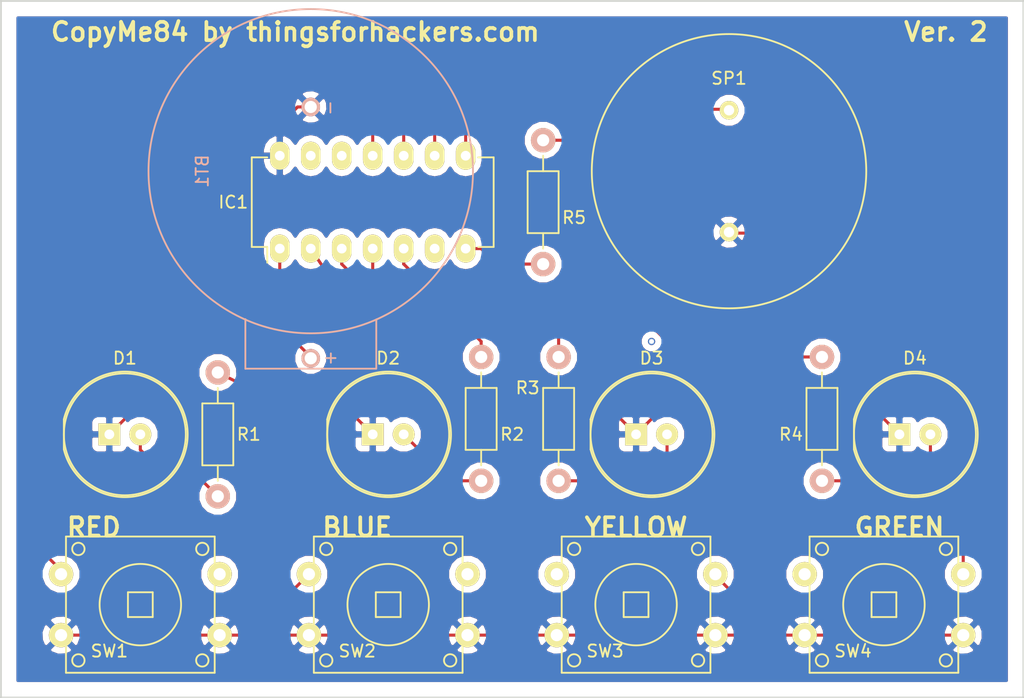
<source format=kicad_pcb>
(kicad_pcb (version 4) (host pcbnew 4.0.2-stable)

  (general
    (links 29)
    (no_connects 0)
    (area 100.254999 76.124999 184.225001 133.425001)
    (thickness 1.6)
    (drawings 10)
    (tracks 116)
    (zones 0)
    (modules 16)
    (nets 24)
  )

  (page A4)
  (layers
    (0 F.Cu signal)
    (31 B.Cu signal)
    (32 B.Adhes user)
    (33 F.Adhes user)
    (34 B.Paste user)
    (35 F.Paste user)
    (36 B.SilkS user)
    (37 F.SilkS user)
    (38 B.Mask user)
    (39 F.Mask user)
    (40 Dwgs.User user)
    (41 Cmts.User user)
    (42 Eco1.User user)
    (43 Eco2.User user)
    (44 Edge.Cuts user)
    (45 Margin user)
    (46 B.CrtYd user)
    (47 F.CrtYd user)
    (48 B.Fab user)
    (49 F.Fab user)
  )

  (setup
    (last_trace_width 0.25)
    (trace_clearance 0.2)
    (zone_clearance 0.508)
    (zone_45_only no)
    (trace_min 0.2)
    (segment_width 0.2)
    (edge_width 0.15)
    (via_size 0.6)
    (via_drill 0.4)
    (via_min_size 0.4)
    (via_min_drill 0.3)
    (uvia_size 0.3)
    (uvia_drill 0.1)
    (uvias_allowed no)
    (uvia_min_size 0.2)
    (uvia_min_drill 0.1)
    (pcb_text_width 0.3)
    (pcb_text_size 1.5 1.5)
    (mod_edge_width 0.15)
    (mod_text_size 1 1)
    (mod_text_width 0.15)
    (pad_size 1.524 1.524)
    (pad_drill 0.762)
    (pad_to_mask_clearance 0.2)
    (aux_axis_origin 0 0)
    (visible_elements 7FFFFFFF)
    (pcbplotparams
      (layerselection 0x010f0_80000001)
      (usegerberextensions false)
      (excludeedgelayer true)
      (linewidth 0.100000)
      (plotframeref false)
      (viasonmask false)
      (mode 1)
      (useauxorigin false)
      (hpglpennumber 1)
      (hpglpenspeed 20)
      (hpglpendiameter 15)
      (hpglpenoverlay 2)
      (psnegative false)
      (psa4output false)
      (plotreference true)
      (plotvalue true)
      (plotinvisibletext false)
      (padsonsilk false)
      (subtractmaskfromsilk false)
      (outputformat 1)
      (mirror false)
      (drillshape 0)
      (scaleselection 1)
      (outputdirectory "fab v2/"))
  )

  (net 0 "")
  (net 1 "Net-(BT1-Pad1)")
  (net 2 Earth)
  (net 3 "Net-(D1-Pad2)")
  (net 4 "Net-(D2-Pad2)")
  (net 5 "Net-(D3-Pad2)")
  (net 6 "Net-(D4-Pad2)")
  (net 7 /ledRED)
  (net 8 /ledBLUE)
  (net 9 /ledGREEN)
  (net 10 /ledYELLOW)
  (net 11 "Net-(IC1-Pad6)")
  (net 12 /SPEAKER)
  (net 13 /swRED)
  (net 14 /swBLUE)
  (net 15 /swYELLOW)
  (net 16 /swGREEN)
  (net 17 "Net-(IC1-Pad12)")
  (net 18 "Net-(IC1-Pad13)")
  (net 19 "Net-(R5-Pad2)")
  (net 20 "Net-(SW1-Pad4)")
  (net 21 "Net-(SW2-Pad4)")
  (net 22 "Net-(SW3-Pad1)")
  (net 23 "Net-(SW4-Pad1)")

  (net_class Default "This is the default net class."
    (clearance 0.2)
    (trace_width 0.25)
    (via_dia 0.6)
    (via_drill 0.4)
    (uvia_dia 0.3)
    (uvia_drill 0.1)
    (add_net /SPEAKER)
    (add_net /ledBLUE)
    (add_net /ledGREEN)
    (add_net /ledRED)
    (add_net /ledYELLOW)
    (add_net /swBLUE)
    (add_net /swGREEN)
    (add_net /swRED)
    (add_net /swYELLOW)
    (add_net Earth)
    (add_net "Net-(BT1-Pad1)")
    (add_net "Net-(D1-Pad2)")
    (add_net "Net-(D2-Pad2)")
    (add_net "Net-(D3-Pad2)")
    (add_net "Net-(D4-Pad2)")
    (add_net "Net-(IC1-Pad12)")
    (add_net "Net-(IC1-Pad13)")
    (add_net "Net-(IC1-Pad6)")
    (add_net "Net-(R5-Pad2)")
    (add_net "Net-(SW1-Pad4)")
    (add_net "Net-(SW2-Pad4)")
    (add_net "Net-(SW3-Pad1)")
    (add_net "Net-(SW4-Pad1)")
  )

  (module "TFH Batteries:CR2477" (layer B.Cu) (tedit 5776B411) (tstamp 5776B6AB)
    (at 125.73 90.17 90)
    (path /573111F5)
    (fp_text reference BT1 (at 0 -8.89 90) (layer B.SilkS)
      (effects (font (size 1 1) (thickness 0.15)) (justify mirror))
    )
    (fp_text value CR2477 (at 0 10.16 90) (layer B.Fab)
      (effects (font (size 1 1) (thickness 0.15)) (justify mirror))
    )
    (fp_text user - (at 5.1943 1.5367 90) (layer B.SilkS)
      (effects (font (size 1 1) (thickness 0.15)) (justify mirror))
    )
    (fp_text user + (at -15.3289 1.5748 90) (layer B.SilkS)
      (effects (font (size 1 1) (thickness 0.15)) (justify mirror))
    )
    (fp_line (start -16.2052 -5.3594) (end -12.1412 -5.3594) (layer B.SilkS) (width 0.15))
    (fp_line (start -16.1925 5.3721) (end -12.1666 5.3721) (layer B.SilkS) (width 0.15))
    (fp_line (start -16.2 5.36) (end -16.2 -5.36) (layer B.SilkS) (width 0.15))
    (fp_circle (center 0 0) (end 13.3 0) (layer B.SilkS) (width 0.15))
    (pad 2 thru_hole circle (at 5.27 0 90) (size 1.524 1.524) (drill 1) (layers *.Cu *.Mask B.SilkS)
      (net 2 Earth))
    (pad 1 thru_hole circle (at -15.35 0 90) (size 1.524 1.524) (drill 1) (layers *.Cu *.Mask B.SilkS)
      (net 1 "Net-(BT1-Pad1)"))
  )

  (module LEDs:LED-10MM (layer F.Cu) (tedit 55BDE3C5) (tstamp 57324804)
    (at 109.22 111.76)
    (descr "LED 10mm - Lead pitch 100mil (2,54mm)")
    (tags "LED led 10mm 10MM 100mil 2.54mm")
    (path /5730C94B)
    (fp_text reference D1 (at 1.27 -6.25) (layer F.SilkS)
      (effects (font (size 1 1) (thickness 0.15)))
    )
    (fp_text value RED (at 1.5 6.1) (layer F.Fab)
      (effects (font (size 1 1) (thickness 0.15)))
    )
    (fp_line (start -4 -1.25) (end -4 1.25) (layer F.CrtYd) (width 0.05))
    (fp_arc (start 1.25 0) (end -4 -1.25) (angle 332.9) (layer F.CrtYd) (width 0.05))
    (fp_line (start -3.73 -1.23) (end -3.73 1.23) (layer F.SilkS) (width 0.15))
    (fp_arc (start 1.27 0) (end -3.73 -1.23) (angle 332.2) (layer F.SilkS) (width 0.15))
    (fp_circle (center 1.27 0) (end 1.27 5) (layer F.SilkS) (width 0.15))
    (pad 2 thru_hole circle (at 2.54 0 180) (size 1.8 1.8) (drill 0.8) (layers *.Cu *.Mask F.SilkS)
      (net 3 "Net-(D1-Pad2)"))
    (pad 1 thru_hole rect (at 0 0 180) (size 1.8 1.8) (drill 0.8) (layers *.Cu *.Mask F.SilkS)
      (net 2 Earth))
    (model LEDs.3dshapes/LED-10MM.wrl
      (at (xyz 0 0 0))
      (scale (xyz 1 1 1))
      (rotate (xyz 0 0 0))
    )
  )

  (module LEDs:LED-10MM (layer F.Cu) (tedit 55BDE3C5) (tstamp 5732480F)
    (at 130.81 111.76)
    (descr "LED 10mm - Lead pitch 100mil (2,54mm)")
    (tags "LED led 10mm 10MM 100mil 2.54mm")
    (path /5730CD43)
    (fp_text reference D2 (at 1.27 -6.25) (layer F.SilkS)
      (effects (font (size 1 1) (thickness 0.15)))
    )
    (fp_text value BLUE (at 1.5 6.1) (layer F.Fab)
      (effects (font (size 1 1) (thickness 0.15)))
    )
    (fp_line (start -4 -1.25) (end -4 1.25) (layer F.CrtYd) (width 0.05))
    (fp_arc (start 1.25 0) (end -4 -1.25) (angle 332.9) (layer F.CrtYd) (width 0.05))
    (fp_line (start -3.73 -1.23) (end -3.73 1.23) (layer F.SilkS) (width 0.15))
    (fp_arc (start 1.27 0) (end -3.73 -1.23) (angle 332.2) (layer F.SilkS) (width 0.15))
    (fp_circle (center 1.27 0) (end 1.27 5) (layer F.SilkS) (width 0.15))
    (pad 2 thru_hole circle (at 2.54 0 180) (size 1.8 1.8) (drill 0.8) (layers *.Cu *.Mask F.SilkS)
      (net 4 "Net-(D2-Pad2)"))
    (pad 1 thru_hole rect (at 0 0 180) (size 1.8 1.8) (drill 0.8) (layers *.Cu *.Mask F.SilkS)
      (net 2 Earth))
    (model LEDs.3dshapes/LED-10MM.wrl
      (at (xyz 0 0 0))
      (scale (xyz 1 1 1))
      (rotate (xyz 0 0 0))
    )
  )

  (module LEDs:LED-10MM (layer F.Cu) (tedit 55BDE3C5) (tstamp 5732481A)
    (at 152.4 111.76)
    (descr "LED 10mm - Lead pitch 100mil (2,54mm)")
    (tags "LED led 10mm 10MM 100mil 2.54mm")
    (path /5730CD7A)
    (fp_text reference D3 (at 1.27 -6.25) (layer F.SilkS)
      (effects (font (size 1 1) (thickness 0.15)))
    )
    (fp_text value YELLOW (at 1.5 6.1) (layer F.Fab)
      (effects (font (size 1 1) (thickness 0.15)))
    )
    (fp_line (start -4 -1.25) (end -4 1.25) (layer F.CrtYd) (width 0.05))
    (fp_arc (start 1.25 0) (end -4 -1.25) (angle 332.9) (layer F.CrtYd) (width 0.05))
    (fp_line (start -3.73 -1.23) (end -3.73 1.23) (layer F.SilkS) (width 0.15))
    (fp_arc (start 1.27 0) (end -3.73 -1.23) (angle 332.2) (layer F.SilkS) (width 0.15))
    (fp_circle (center 1.27 0) (end 1.27 5) (layer F.SilkS) (width 0.15))
    (pad 2 thru_hole circle (at 2.54 0 180) (size 1.8 1.8) (drill 0.8) (layers *.Cu *.Mask F.SilkS)
      (net 5 "Net-(D3-Pad2)"))
    (pad 1 thru_hole rect (at 0 0 180) (size 1.8 1.8) (drill 0.8) (layers *.Cu *.Mask F.SilkS)
      (net 2 Earth))
    (model LEDs.3dshapes/LED-10MM.wrl
      (at (xyz 0 0 0))
      (scale (xyz 1 1 1))
      (rotate (xyz 0 0 0))
    )
  )

  (module LEDs:LED-10MM (layer F.Cu) (tedit 55BDE3C5) (tstamp 57324825)
    (at 173.99 111.76)
    (descr "LED 10mm - Lead pitch 100mil (2,54mm)")
    (tags "LED led 10mm 10MM 100mil 2.54mm")
    (path /5730CDAC)
    (fp_text reference D4 (at 1.27 -6.25) (layer F.SilkS)
      (effects (font (size 1 1) (thickness 0.15)))
    )
    (fp_text value GREEN (at 1.5 6.1) (layer F.Fab)
      (effects (font (size 1 1) (thickness 0.15)))
    )
    (fp_line (start -4 -1.25) (end -4 1.25) (layer F.CrtYd) (width 0.05))
    (fp_arc (start 1.25 0) (end -4 -1.25) (angle 332.9) (layer F.CrtYd) (width 0.05))
    (fp_line (start -3.73 -1.23) (end -3.73 1.23) (layer F.SilkS) (width 0.15))
    (fp_arc (start 1.27 0) (end -3.73 -1.23) (angle 332.2) (layer F.SilkS) (width 0.15))
    (fp_circle (center 1.27 0) (end 1.27 5) (layer F.SilkS) (width 0.15))
    (pad 2 thru_hole circle (at 2.54 0 180) (size 1.8 1.8) (drill 0.8) (layers *.Cu *.Mask F.SilkS)
      (net 6 "Net-(D4-Pad2)"))
    (pad 1 thru_hole rect (at 0 0 180) (size 1.8 1.8) (drill 0.8) (layers *.Cu *.Mask F.SilkS)
      (net 2 Earth))
    (model LEDs.3dshapes/LED-10MM.wrl
      (at (xyz 0 0 0))
      (scale (xyz 1 1 1))
      (rotate (xyz 0 0 0))
    )
  )

  (module Housings_DIP:DIP-14_W7.62mm_LongPads (layer F.Cu) (tedit 57339821) (tstamp 57324842)
    (at 123.19 96.52 90)
    (descr "14-lead dip package, row spacing 7.62 mm (300 mils), longer pads")
    (tags "dil dip 2.54 300")
    (path /5730C8CE)
    (fp_text reference IC1 (at 3.81 -3.81 180) (layer F.SilkS)
      (effects (font (size 1 1) (thickness 0.15)))
    )
    (fp_text value ATTINY84A-P (at 3.81 7.62 180) (layer F.Fab)
      (effects (font (size 1 1) (thickness 0.15)))
    )
    (fp_line (start -1.4 -2.45) (end -1.4 17.7) (layer F.CrtYd) (width 0.05))
    (fp_line (start 9 -2.45) (end 9 17.7) (layer F.CrtYd) (width 0.05))
    (fp_line (start -1.4 -2.45) (end 9 -2.45) (layer F.CrtYd) (width 0.05))
    (fp_line (start -1.4 17.7) (end 9 17.7) (layer F.CrtYd) (width 0.05))
    (fp_line (start 0.135 -2.295) (end 0.135 -1.025) (layer F.SilkS) (width 0.15))
    (fp_line (start 7.485 -2.295) (end 7.485 -1.025) (layer F.SilkS) (width 0.15))
    (fp_line (start 7.485 17.535) (end 7.485 16.265) (layer F.SilkS) (width 0.15))
    (fp_line (start 0.135 17.535) (end 0.135 16.265) (layer F.SilkS) (width 0.15))
    (fp_line (start 0.135 -2.295) (end 7.485 -2.295) (layer F.SilkS) (width 0.15))
    (fp_line (start 0.135 17.535) (end 7.485 17.535) (layer F.SilkS) (width 0.15))
    (fp_line (start 0.135 -1.025) (end -1.15 -1.025) (layer F.SilkS) (width 0.15))
    (pad 1 thru_hole oval (at 0 0 90) (size 2.3 1.6) (drill 0.8) (layers *.Cu *.Mask F.SilkS)
      (net 1 "Net-(BT1-Pad1)"))
    (pad 2 thru_hole oval (at 0 2.54 90) (size 2.3 1.6) (drill 0.8) (layers *.Cu *.Mask F.SilkS)
      (net 7 /ledRED))
    (pad 3 thru_hole oval (at 0 5.08 90) (size 2.3 1.6) (drill 0.8) (layers *.Cu *.Mask F.SilkS)
      (net 8 /ledBLUE))
    (pad 4 thru_hole oval (at 0 7.62 90) (size 2.3 1.6) (drill 0.8) (layers *.Cu *.Mask F.SilkS)
      (net 10 /ledYELLOW))
    (pad 5 thru_hole oval (at 0 10.16 90) (size 2.3 1.6) (drill 0.8) (layers *.Cu *.Mask F.SilkS)
      (net 9 /ledGREEN))
    (pad 6 thru_hole oval (at 0 12.7 90) (size 2.3 1.6) (drill 0.8) (layers *.Cu *.Mask F.SilkS)
      (net 11 "Net-(IC1-Pad6)"))
    (pad 7 thru_hole oval (at 0 15.24 90) (size 2.3 1.6) (drill 0.8) (layers *.Cu *.Mask F.SilkS)
      (net 12 /SPEAKER))
    (pad 8 thru_hole oval (at 7.62 15.24 90) (size 2.3 1.6) (drill 0.8) (layers *.Cu *.Mask F.SilkS)
      (net 16 /swGREEN))
    (pad 9 thru_hole oval (at 7.62 12.7 90) (size 2.3 1.6) (drill 0.8) (layers *.Cu *.Mask F.SilkS)
      (net 15 /swYELLOW))
    (pad 10 thru_hole oval (at 7.62 10.16 90) (size 2.3 1.6) (drill 0.8) (layers *.Cu *.Mask F.SilkS)
      (net 14 /swBLUE))
    (pad 11 thru_hole oval (at 7.62 7.62 90) (size 2.3 1.6) (drill 0.8) (layers *.Cu *.Mask F.SilkS)
      (net 13 /swRED))
    (pad 12 thru_hole oval (at 7.62 5.08 90) (size 2.3 1.6) (drill 0.8) (layers *.Cu *.Mask F.SilkS)
      (net 17 "Net-(IC1-Pad12)"))
    (pad 13 thru_hole oval (at 7.62 2.54 90) (size 2.3 1.6) (drill 0.8) (layers *.Cu *.Mask F.SilkS)
      (net 18 "Net-(IC1-Pad13)"))
    (pad 14 thru_hole oval (at 7.62 0 90) (size 2.3 1.6) (drill 0.8) (layers *.Cu *.Mask F.SilkS)
      (net 2 Earth))
    (model Housings_DIP.3dshapes/DIP-14_W7.62mm_LongPads.wrl
      (at (xyz 0 0 0))
      (scale (xyz 1 1 1))
      (rotate (xyz 0 0 0))
    )
  )

  (module Resistors_ThroughHole:Resistor_Horizontal_RM10mm (layer F.Cu) (tedit 573397C0) (tstamp 57324852)
    (at 118.11 106.68 270)
    (descr "Resistor, Axial,  RM 10mm, 1/3W")
    (tags "Resistor Axial RM 10mm 1/3W")
    (path /5730CB5A)
    (fp_text reference R1 (at 5.08 -2.54 360) (layer F.SilkS)
      (effects (font (size 1 1) (thickness 0.15)))
    )
    (fp_text value 220 (at 5.08 0 270) (layer F.Fab)
      (effects (font (size 1 1) (thickness 0.15)))
    )
    (fp_line (start -1.25 -1.5) (end 11.4 -1.5) (layer F.CrtYd) (width 0.05))
    (fp_line (start -1.25 1.5) (end -1.25 -1.5) (layer F.CrtYd) (width 0.05))
    (fp_line (start 11.4 -1.5) (end 11.4 1.5) (layer F.CrtYd) (width 0.05))
    (fp_line (start -1.25 1.5) (end 11.4 1.5) (layer F.CrtYd) (width 0.05))
    (fp_line (start 2.54 -1.27) (end 7.62 -1.27) (layer F.SilkS) (width 0.15))
    (fp_line (start 7.62 -1.27) (end 7.62 1.27) (layer F.SilkS) (width 0.15))
    (fp_line (start 7.62 1.27) (end 2.54 1.27) (layer F.SilkS) (width 0.15))
    (fp_line (start 2.54 1.27) (end 2.54 -1.27) (layer F.SilkS) (width 0.15))
    (fp_line (start 2.54 0) (end 1.27 0) (layer F.SilkS) (width 0.15))
    (fp_line (start 7.62 0) (end 8.89 0) (layer F.SilkS) (width 0.15))
    (pad 1 thru_hole circle (at 0 0 270) (size 1.99898 1.99898) (drill 1.00076) (layers *.Cu *.SilkS *.Mask)
      (net 7 /ledRED))
    (pad 2 thru_hole circle (at 10.16 0 270) (size 1.99898 1.99898) (drill 1.00076) (layers *.Cu *.SilkS *.Mask)
      (net 3 "Net-(D1-Pad2)"))
    (model Resistors_ThroughHole.3dshapes/Resistor_Horizontal_RM10mm.wrl
      (at (xyz 0.2 0 0))
      (scale (xyz 0.4 0.4 0.4))
      (rotate (xyz 0 0 0))
    )
  )

  (module Resistors_ThroughHole:Resistor_Horizontal_RM10mm (layer F.Cu) (tedit 573397BC) (tstamp 57324862)
    (at 139.7 105.41 270)
    (descr "Resistor, Axial,  RM 10mm, 1/3W")
    (tags "Resistor Axial RM 10mm 1/3W")
    (path /5730CC8E)
    (fp_text reference R2 (at 6.35 -2.54 360) (layer F.SilkS)
      (effects (font (size 1 1) (thickness 0.15)))
    )
    (fp_text value 220 (at 5.08 0 270) (layer F.Fab)
      (effects (font (size 1 1) (thickness 0.15)))
    )
    (fp_line (start -1.25 -1.5) (end 11.4 -1.5) (layer F.CrtYd) (width 0.05))
    (fp_line (start -1.25 1.5) (end -1.25 -1.5) (layer F.CrtYd) (width 0.05))
    (fp_line (start 11.4 -1.5) (end 11.4 1.5) (layer F.CrtYd) (width 0.05))
    (fp_line (start -1.25 1.5) (end 11.4 1.5) (layer F.CrtYd) (width 0.05))
    (fp_line (start 2.54 -1.27) (end 7.62 -1.27) (layer F.SilkS) (width 0.15))
    (fp_line (start 7.62 -1.27) (end 7.62 1.27) (layer F.SilkS) (width 0.15))
    (fp_line (start 7.62 1.27) (end 2.54 1.27) (layer F.SilkS) (width 0.15))
    (fp_line (start 2.54 1.27) (end 2.54 -1.27) (layer F.SilkS) (width 0.15))
    (fp_line (start 2.54 0) (end 1.27 0) (layer F.SilkS) (width 0.15))
    (fp_line (start 7.62 0) (end 8.89 0) (layer F.SilkS) (width 0.15))
    (pad 1 thru_hole circle (at 0 0 270) (size 1.99898 1.99898) (drill 1.00076) (layers *.Cu *.SilkS *.Mask)
      (net 8 /ledBLUE))
    (pad 2 thru_hole circle (at 10.16 0 270) (size 1.99898 1.99898) (drill 1.00076) (layers *.Cu *.SilkS *.Mask)
      (net 4 "Net-(D2-Pad2)"))
    (model Resistors_ThroughHole.3dshapes/Resistor_Horizontal_RM10mm.wrl
      (at (xyz 0.2 0 0))
      (scale (xyz 0.4 0.4 0.4))
      (rotate (xyz 0 0 0))
    )
  )

  (module Resistors_ThroughHole:Resistor_Horizontal_RM10mm (layer F.Cu) (tedit 573397E5) (tstamp 57324872)
    (at 146.05 105.41 270)
    (descr "Resistor, Axial,  RM 10mm, 1/3W")
    (tags "Resistor Axial RM 10mm 1/3W")
    (path /5730CCB0)
    (fp_text reference R3 (at 2.54 2.54 360) (layer F.SilkS)
      (effects (font (size 1 1) (thickness 0.15)))
    )
    (fp_text value 220 (at 5.08 0 270) (layer F.Fab)
      (effects (font (size 1 1) (thickness 0.15)))
    )
    (fp_line (start -1.25 -1.5) (end 11.4 -1.5) (layer F.CrtYd) (width 0.05))
    (fp_line (start -1.25 1.5) (end -1.25 -1.5) (layer F.CrtYd) (width 0.05))
    (fp_line (start 11.4 -1.5) (end 11.4 1.5) (layer F.CrtYd) (width 0.05))
    (fp_line (start -1.25 1.5) (end 11.4 1.5) (layer F.CrtYd) (width 0.05))
    (fp_line (start 2.54 -1.27) (end 7.62 -1.27) (layer F.SilkS) (width 0.15))
    (fp_line (start 7.62 -1.27) (end 7.62 1.27) (layer F.SilkS) (width 0.15))
    (fp_line (start 7.62 1.27) (end 2.54 1.27) (layer F.SilkS) (width 0.15))
    (fp_line (start 2.54 1.27) (end 2.54 -1.27) (layer F.SilkS) (width 0.15))
    (fp_line (start 2.54 0) (end 1.27 0) (layer F.SilkS) (width 0.15))
    (fp_line (start 7.62 0) (end 8.89 0) (layer F.SilkS) (width 0.15))
    (pad 1 thru_hole circle (at 0 0 270) (size 1.99898 1.99898) (drill 1.00076) (layers *.Cu *.SilkS *.Mask)
      (net 10 /ledYELLOW))
    (pad 2 thru_hole circle (at 10.16 0 270) (size 1.99898 1.99898) (drill 1.00076) (layers *.Cu *.SilkS *.Mask)
      (net 5 "Net-(D3-Pad2)"))
    (model Resistors_ThroughHole.3dshapes/Resistor_Horizontal_RM10mm.wrl
      (at (xyz 0.2 0 0))
      (scale (xyz 0.4 0.4 0.4))
      (rotate (xyz 0 0 0))
    )
  )

  (module Resistors_ThroughHole:Resistor_Horizontal_RM10mm (layer F.Cu) (tedit 573397D8) (tstamp 57324882)
    (at 167.64 105.41 270)
    (descr "Resistor, Axial,  RM 10mm, 1/3W")
    (tags "Resistor Axial RM 10mm 1/3W")
    (path /5730CCD7)
    (fp_text reference R4 (at 6.35 2.54 360) (layer F.SilkS)
      (effects (font (size 1 1) (thickness 0.15)))
    )
    (fp_text value 220 (at 5.08 0 270) (layer F.Fab)
      (effects (font (size 1 1) (thickness 0.15)))
    )
    (fp_line (start -1.25 -1.5) (end 11.4 -1.5) (layer F.CrtYd) (width 0.05))
    (fp_line (start -1.25 1.5) (end -1.25 -1.5) (layer F.CrtYd) (width 0.05))
    (fp_line (start 11.4 -1.5) (end 11.4 1.5) (layer F.CrtYd) (width 0.05))
    (fp_line (start -1.25 1.5) (end 11.4 1.5) (layer F.CrtYd) (width 0.05))
    (fp_line (start 2.54 -1.27) (end 7.62 -1.27) (layer F.SilkS) (width 0.15))
    (fp_line (start 7.62 -1.27) (end 7.62 1.27) (layer F.SilkS) (width 0.15))
    (fp_line (start 7.62 1.27) (end 2.54 1.27) (layer F.SilkS) (width 0.15))
    (fp_line (start 2.54 1.27) (end 2.54 -1.27) (layer F.SilkS) (width 0.15))
    (fp_line (start 2.54 0) (end 1.27 0) (layer F.SilkS) (width 0.15))
    (fp_line (start 7.62 0) (end 8.89 0) (layer F.SilkS) (width 0.15))
    (pad 1 thru_hole circle (at 0 0 270) (size 1.99898 1.99898) (drill 1.00076) (layers *.Cu *.SilkS *.Mask)
      (net 9 /ledGREEN))
    (pad 2 thru_hole circle (at 10.16 0 270) (size 1.99898 1.99898) (drill 1.00076) (layers *.Cu *.SilkS *.Mask)
      (net 6 "Net-(D4-Pad2)"))
    (model Resistors_ThroughHole.3dshapes/Resistor_Horizontal_RM10mm.wrl
      (at (xyz 0.2 0 0))
      (scale (xyz 0.4 0.4 0.4))
      (rotate (xyz 0 0 0))
    )
  )

  (module Resistors_ThroughHole:Resistor_Horizontal_RM10mm (layer F.Cu) (tedit 57339861) (tstamp 57324892)
    (at 144.78 97.79 90)
    (descr "Resistor, Axial,  RM 10mm, 1/3W")
    (tags "Resistor Axial RM 10mm 1/3W")
    (path /5730F598)
    (fp_text reference R5 (at 3.81 2.54 180) (layer F.SilkS)
      (effects (font (size 1 1) (thickness 0.15)))
    )
    (fp_text value 220 (at 5.08 0 90) (layer F.Fab)
      (effects (font (size 1 1) (thickness 0.15)))
    )
    (fp_line (start -1.25 -1.5) (end 11.4 -1.5) (layer F.CrtYd) (width 0.05))
    (fp_line (start -1.25 1.5) (end -1.25 -1.5) (layer F.CrtYd) (width 0.05))
    (fp_line (start 11.4 -1.5) (end 11.4 1.5) (layer F.CrtYd) (width 0.05))
    (fp_line (start -1.25 1.5) (end 11.4 1.5) (layer F.CrtYd) (width 0.05))
    (fp_line (start 2.54 -1.27) (end 7.62 -1.27) (layer F.SilkS) (width 0.15))
    (fp_line (start 7.62 -1.27) (end 7.62 1.27) (layer F.SilkS) (width 0.15))
    (fp_line (start 7.62 1.27) (end 2.54 1.27) (layer F.SilkS) (width 0.15))
    (fp_line (start 2.54 1.27) (end 2.54 -1.27) (layer F.SilkS) (width 0.15))
    (fp_line (start 2.54 0) (end 1.27 0) (layer F.SilkS) (width 0.15))
    (fp_line (start 7.62 0) (end 8.89 0) (layer F.SilkS) (width 0.15))
    (pad 1 thru_hole circle (at 0 0 90) (size 1.99898 1.99898) (drill 1.00076) (layers *.Cu *.SilkS *.Mask)
      (net 12 /SPEAKER))
    (pad 2 thru_hole circle (at 10.16 0 90) (size 1.99898 1.99898) (drill 1.00076) (layers *.Cu *.SilkS *.Mask)
      (net 19 "Net-(R5-Pad2)"))
    (model Resistors_ThroughHole.3dshapes/Resistor_Horizontal_RM10mm.wrl
      (at (xyz 0.2 0 0))
      (scale (xyz 0.4 0.4 0.4))
      (rotate (xyz 0 0 0))
    )
  )

  (module "SpeakerMCABS-201-RC:Speaker - MCABS-201-RC" (layer F.Cu) (tedit 57323402) (tstamp 573248BD)
    (at 160.02 90.17)
    (path /5730F614)
    (fp_text reference SP1 (at 0 -7.62) (layer F.SilkS)
      (effects (font (size 1 1) (thickness 0.15)))
    )
    (fp_text value SPEAKER (at 0 0) (layer F.Fab)
      (effects (font (size 1 1) (thickness 0.15)))
    )
    (fp_circle (center 0 0) (end 11.25 0) (layer F.SilkS) (width 0.15))
    (pad 1 thru_hole circle (at 0 -5) (size 1.524 1.524) (drill 0.85) (layers *.Cu *.Mask F.SilkS)
      (net 19 "Net-(R5-Pad2)"))
    (pad 2 thru_hole circle (at 0 5) (size 1.524 1.524) (drill 0.85) (layers *.Cu *.Mask F.SilkS)
      (net 2 Earth))
  )

  (module tfhSwitches:KFC-012-7.3 (layer F.Cu) (tedit 5780E4A0) (tstamp 5780D9A9)
    (at 111.76 125.73)
    (path /5780D7F1)
    (fp_text reference SW1 (at -2.54 3.81) (layer F.SilkS)
      (effects (font (size 1 1) (thickness 0.15)))
    )
    (fp_text value KFC-012-7.3 (at 0 -7.112) (layer F.Fab)
      (effects (font (size 1 1) (thickness 0.15)))
    )
    (fp_line (start -1.016 -1.016) (end 1.016 -1.016) (layer F.SilkS) (width 0.15))
    (fp_line (start 1.016 -1.016) (end 1.016 1.016) (layer F.SilkS) (width 0.15))
    (fp_line (start 1.016 1.016) (end -1.016 1.016) (layer F.SilkS) (width 0.15))
    (fp_line (start -1.016 1.016) (end -1.016 -1.016) (layer F.SilkS) (width 0.15))
    (fp_circle (center 5.08 4.572) (end 5.588 4.572) (layer F.SilkS) (width 0.15))
    (fp_circle (center -5.08 4.572) (end -4.572 4.572) (layer F.SilkS) (width 0.15))
    (fp_circle (center 5.08 -4.572) (end 4.572 -4.572) (layer F.SilkS) (width 0.15))
    (fp_circle (center -5.08 -4.572) (end -4.572 -4.572) (layer F.SilkS) (width 0.15))
    (fp_circle (center 0 0) (end 3.34 0) (layer F.SilkS) (width 0.15))
    (fp_line (start 6.096 -5.588) (end 6.096 5.588) (layer F.SilkS) (width 0.15))
    (fp_line (start -6.096 5.588) (end -6.096 -5.588) (layer F.SilkS) (width 0.15))
    (fp_line (start -6.096 5.588) (end 6.096 5.588) (layer F.SilkS) (width 0.15))
    (fp_line (start 6.096 -5.588) (end -6.096 -5.588) (layer F.SilkS) (width 0.15))
    (pad 4 thru_hole circle (at 6.5 -2.5) (size 2 2) (drill 1) (layers *.Cu *.Mask F.SilkS)
      (net 20 "Net-(SW1-Pad4)"))
    (pad 3 thru_hole circle (at 6.5 2.5) (size 2 2) (drill 1) (layers *.Cu *.Mask F.SilkS)
      (net 2 Earth))
    (pad 2 thru_hole circle (at -6.5 2.5) (size 2 2) (drill 1) (layers *.Cu *.Mask F.SilkS)
      (net 2 Earth))
    (pad 1 thru_hole circle (at -6.5 -2.5) (size 2 2) (drill 1) (layers *.Cu *.Mask F.SilkS)
      (net 13 /swRED))
  )

  (module tfhSwitches:KFC-012-7.3 (layer F.Cu) (tedit 5780E4A4) (tstamp 5780D9B1)
    (at 132.08 125.73)
    (path /5780DBBB)
    (fp_text reference SW2 (at -2.54 3.81) (layer F.SilkS)
      (effects (font (size 1 1) (thickness 0.15)))
    )
    (fp_text value KFC-012-7.3 (at 0 -7.112) (layer F.Fab)
      (effects (font (size 1 1) (thickness 0.15)))
    )
    (fp_line (start -1.016 -1.016) (end 1.016 -1.016) (layer F.SilkS) (width 0.15))
    (fp_line (start 1.016 -1.016) (end 1.016 1.016) (layer F.SilkS) (width 0.15))
    (fp_line (start 1.016 1.016) (end -1.016 1.016) (layer F.SilkS) (width 0.15))
    (fp_line (start -1.016 1.016) (end -1.016 -1.016) (layer F.SilkS) (width 0.15))
    (fp_circle (center 5.08 4.572) (end 5.588 4.572) (layer F.SilkS) (width 0.15))
    (fp_circle (center -5.08 4.572) (end -4.572 4.572) (layer F.SilkS) (width 0.15))
    (fp_circle (center 5.08 -4.572) (end 4.572 -4.572) (layer F.SilkS) (width 0.15))
    (fp_circle (center -5.08 -4.572) (end -4.572 -4.572) (layer F.SilkS) (width 0.15))
    (fp_circle (center 0 0) (end 3.34 0) (layer F.SilkS) (width 0.15))
    (fp_line (start 6.096 -5.588) (end 6.096 5.588) (layer F.SilkS) (width 0.15))
    (fp_line (start -6.096 5.588) (end -6.096 -5.588) (layer F.SilkS) (width 0.15))
    (fp_line (start -6.096 5.588) (end 6.096 5.588) (layer F.SilkS) (width 0.15))
    (fp_line (start 6.096 -5.588) (end -6.096 -5.588) (layer F.SilkS) (width 0.15))
    (pad 4 thru_hole circle (at 6.5 -2.5) (size 2 2) (drill 1) (layers *.Cu *.Mask F.SilkS)
      (net 21 "Net-(SW2-Pad4)"))
    (pad 3 thru_hole circle (at 6.5 2.5) (size 2 2) (drill 1) (layers *.Cu *.Mask F.SilkS)
      (net 2 Earth))
    (pad 2 thru_hole circle (at -6.5 2.5) (size 2 2) (drill 1) (layers *.Cu *.Mask F.SilkS)
      (net 2 Earth))
    (pad 1 thru_hole circle (at -6.5 -2.5) (size 2 2) (drill 1) (layers *.Cu *.Mask F.SilkS)
      (net 14 /swBLUE))
  )

  (module tfhSwitches:KFC-012-7.3 (layer F.Cu) (tedit 5780E4A9) (tstamp 5780D9B9)
    (at 152.4 125.73)
    (path /5780DC01)
    (fp_text reference SW3 (at -2.54 3.81) (layer F.SilkS)
      (effects (font (size 1 1) (thickness 0.15)))
    )
    (fp_text value KFC-012-7.3 (at 0 -7.112) (layer F.Fab)
      (effects (font (size 1 1) (thickness 0.15)))
    )
    (fp_line (start -1.016 -1.016) (end 1.016 -1.016) (layer F.SilkS) (width 0.15))
    (fp_line (start 1.016 -1.016) (end 1.016 1.016) (layer F.SilkS) (width 0.15))
    (fp_line (start 1.016 1.016) (end -1.016 1.016) (layer F.SilkS) (width 0.15))
    (fp_line (start -1.016 1.016) (end -1.016 -1.016) (layer F.SilkS) (width 0.15))
    (fp_circle (center 5.08 4.572) (end 5.588 4.572) (layer F.SilkS) (width 0.15))
    (fp_circle (center -5.08 4.572) (end -4.572 4.572) (layer F.SilkS) (width 0.15))
    (fp_circle (center 5.08 -4.572) (end 4.572 -4.572) (layer F.SilkS) (width 0.15))
    (fp_circle (center -5.08 -4.572) (end -4.572 -4.572) (layer F.SilkS) (width 0.15))
    (fp_circle (center 0 0) (end 3.34 0) (layer F.SilkS) (width 0.15))
    (fp_line (start 6.096 -5.588) (end 6.096 5.588) (layer F.SilkS) (width 0.15))
    (fp_line (start -6.096 5.588) (end -6.096 -5.588) (layer F.SilkS) (width 0.15))
    (fp_line (start -6.096 5.588) (end 6.096 5.588) (layer F.SilkS) (width 0.15))
    (fp_line (start 6.096 -5.588) (end -6.096 -5.588) (layer F.SilkS) (width 0.15))
    (pad 4 thru_hole circle (at 6.5 -2.5) (size 2 2) (drill 1) (layers *.Cu *.Mask F.SilkS)
      (net 15 /swYELLOW))
    (pad 3 thru_hole circle (at 6.5 2.5) (size 2 2) (drill 1) (layers *.Cu *.Mask F.SilkS)
      (net 2 Earth))
    (pad 2 thru_hole circle (at -6.5 2.5) (size 2 2) (drill 1) (layers *.Cu *.Mask F.SilkS)
      (net 2 Earth))
    (pad 1 thru_hole circle (at -6.5 -2.5) (size 2 2) (drill 1) (layers *.Cu *.Mask F.SilkS)
      (net 22 "Net-(SW3-Pad1)"))
  )

  (module tfhSwitches:KFC-012-7.3 (layer F.Cu) (tedit 5780E4AC) (tstamp 5780D9C1)
    (at 172.72 125.73)
    (path /5780DC56)
    (fp_text reference SW4 (at -2.54 3.81) (layer F.SilkS)
      (effects (font (size 1 1) (thickness 0.15)))
    )
    (fp_text value KFC-012-7.3 (at 0 -7.112) (layer F.Fab)
      (effects (font (size 1 1) (thickness 0.15)))
    )
    (fp_line (start -1.016 -1.016) (end 1.016 -1.016) (layer F.SilkS) (width 0.15))
    (fp_line (start 1.016 -1.016) (end 1.016 1.016) (layer F.SilkS) (width 0.15))
    (fp_line (start 1.016 1.016) (end -1.016 1.016) (layer F.SilkS) (width 0.15))
    (fp_line (start -1.016 1.016) (end -1.016 -1.016) (layer F.SilkS) (width 0.15))
    (fp_circle (center 5.08 4.572) (end 5.588 4.572) (layer F.SilkS) (width 0.15))
    (fp_circle (center -5.08 4.572) (end -4.572 4.572) (layer F.SilkS) (width 0.15))
    (fp_circle (center 5.08 -4.572) (end 4.572 -4.572) (layer F.SilkS) (width 0.15))
    (fp_circle (center -5.08 -4.572) (end -4.572 -4.572) (layer F.SilkS) (width 0.15))
    (fp_circle (center 0 0) (end 3.34 0) (layer F.SilkS) (width 0.15))
    (fp_line (start 6.096 -5.588) (end 6.096 5.588) (layer F.SilkS) (width 0.15))
    (fp_line (start -6.096 5.588) (end -6.096 -5.588) (layer F.SilkS) (width 0.15))
    (fp_line (start -6.096 5.588) (end 6.096 5.588) (layer F.SilkS) (width 0.15))
    (fp_line (start 6.096 -5.588) (end -6.096 -5.588) (layer F.SilkS) (width 0.15))
    (pad 4 thru_hole circle (at 6.5 -2.5) (size 2 2) (drill 1) (layers *.Cu *.Mask F.SilkS)
      (net 16 /swGREEN))
    (pad 3 thru_hole circle (at 6.5 2.5) (size 2 2) (drill 1) (layers *.Cu *.Mask F.SilkS)
      (net 2 Earth))
    (pad 2 thru_hole circle (at -6.5 2.5) (size 2 2) (drill 1) (layers *.Cu *.Mask F.SilkS)
      (net 2 Earth))
    (pad 1 thru_hole circle (at -6.5 -2.5) (size 2 2) (drill 1) (layers *.Cu *.Mask F.SilkS)
      (net 23 "Net-(SW4-Pad1)"))
  )

  (gr_text "Ver. 2" (at 177.8 78.74) (layer F.SilkS)
    (effects (font (size 1.5 1.5) (thickness 0.3)))
  )
  (gr_text GREEN (at 173.99 119.38) (layer F.SilkS)
    (effects (font (size 1.5 1.5) (thickness 0.3)))
  )
  (gr_text YELLOW (at 152.4 119.38) (layer F.SilkS)
    (effects (font (size 1.5 1.5) (thickness 0.3)))
  )
  (gr_text BLUE (at 129.54 119.38) (layer F.SilkS)
    (effects (font (size 1.5 1.5) (thickness 0.3)))
  )
  (gr_text RED (at 107.95 119.38) (layer F.SilkS)
    (effects (font (size 1.5 1.5) (thickness 0.3)))
  )
  (gr_text "CopyMe84 by thingsforhackers.com" (at 124.46 78.74) (layer F.SilkS)
    (effects (font (size 1.5 1.5) (thickness 0.3)))
  )
  (gr_line (start 100.33 133.35) (end 100.33 76.2) (angle 90) (layer Edge.Cuts) (width 0.15))
  (gr_line (start 184.15 133.35) (end 100.33 133.35) (angle 90) (layer Edge.Cuts) (width 0.15))
  (gr_line (start 184.15 76.2) (end 184.15 133.35) (angle 90) (layer Edge.Cuts) (width 0.15))
  (gr_line (start 100.33 76.2) (end 184.15 76.2) (angle 90) (layer Edge.Cuts) (width 0.15))

  (via (at 153.67 104.14) (size 0.6) (drill 0.4) (layers F.Cu B.Cu) (net 0))
  (segment (start 125.73 105.52) (end 125.73 105.41) (width 0.25) (layer F.Cu) (net 1))
  (segment (start 125.73 105.41) (end 123.19 102.87) (width 0.25) (layer F.Cu) (net 1) (tstamp 5776BB29))
  (segment (start 123.19 102.87) (end 123.19 96.52) (width 0.25) (layer F.Cu) (net 1) (tstamp 5776BB2C))
  (segment (start 166.22 128.23) (end 179.22 128.23) (width 0.25) (layer F.Cu) (net 2))
  (segment (start 158.9 128.23) (end 166.22 128.23) (width 0.25) (layer F.Cu) (net 2))
  (segment (start 145.9 128.23) (end 158.9 128.23) (width 0.25) (layer F.Cu) (net 2))
  (segment (start 138.58 128.23) (end 145.9 128.23) (width 0.25) (layer F.Cu) (net 2))
  (segment (start 125.58 128.23) (end 138.58 128.23) (width 0.25) (layer F.Cu) (net 2))
  (segment (start 118.26 128.23) (end 125.58 128.23) (width 0.25) (layer F.Cu) (net 2))
  (segment (start 105.26 128.23) (end 118.26 128.23) (width 0.25) (layer F.Cu) (net 2))
  (segment (start 145.9 128.23) (end 145.9 128.12) (width 0.25) (layer F.Cu) (net 2))
  (segment (start 145.9 128.12) (end 142.24 124.46) (width 0.25) (layer F.Cu) (net 2) (tstamp 5780EA76))
  (segment (start 142.24 124.46) (end 142.24 120.65) (width 0.25) (layer F.Cu) (net 2) (tstamp 5780EA78))
  (segment (start 142.24 120.65) (end 139.7 118.11) (width 0.25) (layer F.Cu) (net 2) (tstamp 5780EA7B))
  (segment (start 139.7 118.11) (end 134.62 118.11) (width 0.25) (layer F.Cu) (net 2) (tstamp 5780EA7D))
  (segment (start 134.62 118.11) (end 130.81 114.3) (width 0.25) (layer F.Cu) (net 2) (tstamp 5780EA7F))
  (segment (start 130.81 114.3) (end 130.81 111.76) (width 0.25) (layer F.Cu) (net 2) (tstamp 5780EA81))
  (segment (start 173.99 111.76) (end 173.99 104.14) (width 0.25) (layer F.Cu) (net 2))
  (segment (start 165.1 95.25) (end 160.1 95.25) (width 0.25) (layer F.Cu) (net 2) (tstamp 5780EA43))
  (segment (start 173.99 104.14) (end 165.1 95.25) (width 0.25) (layer F.Cu) (net 2) (tstamp 5780EA41))
  (segment (start 160.1 95.25) (end 160.02 95.17) (width 0.25) (layer F.Cu) (net 2) (tstamp 5780EA48))
  (segment (start 123.19 88.9) (end 123.19 86.36) (width 0.25) (layer F.Cu) (net 2))
  (segment (start 124.65 84.9) (end 125.73 84.9) (width 0.25) (layer F.Cu) (net 2) (tstamp 5776BB31))
  (segment (start 123.19 86.36) (end 124.65 84.9) (width 0.25) (layer F.Cu) (net 2) (tstamp 5776BB30))
  (segment (start 109.22 111.76) (end 109.22 88.9) (width 0.25) (layer F.Cu) (net 2))
  (segment (start 111.64 86.48) (end 115.57 86.48) (width 0.25) (layer F.Cu) (net 2) (tstamp 5733926A))
  (segment (start 109.22 88.9) (end 111.64 86.48) (width 0.25) (layer F.Cu) (net 2) (tstamp 57339264))
  (segment (start 109.22 111.76) (end 111.76 109.22) (width 0.25) (layer F.Cu) (net 2))
  (segment (start 128.27 109.22) (end 130.81 111.76) (width 0.25) (layer F.Cu) (net 2) (tstamp 57339243))
  (segment (start 111.76 109.22) (end 128.27 109.22) (width 0.25) (layer F.Cu) (net 2) (tstamp 57339242))
  (segment (start 130.81 111.76) (end 130.81 110.49) (width 0.25) (layer F.Cu) (net 2))
  (segment (start 130.81 110.49) (end 132.08 109.22) (width 0.25) (layer F.Cu) (net 2) (tstamp 57339222))
  (segment (start 132.08 109.22) (end 149.86 109.22) (width 0.25) (layer F.Cu) (net 2) (tstamp 57339226))
  (segment (start 149.86 109.22) (end 152.4 111.76) (width 0.25) (layer F.Cu) (net 2) (tstamp 5733922E))
  (segment (start 152.4 111.76) (end 154.94 109.22) (width 0.25) (layer F.Cu) (net 2))
  (segment (start 171.45 109.22) (end 173.99 111.76) (width 0.25) (layer F.Cu) (net 2) (tstamp 573391FC))
  (segment (start 167.64 109.22) (end 171.45 109.22) (width 0.25) (layer F.Cu) (net 2) (tstamp 573391F9))
  (segment (start 154.94 109.22) (end 167.64 109.22) (width 0.25) (layer F.Cu) (net 2) (tstamp 573391F8))
  (segment (start 115.57 86.48) (end 115.57 87.63) (width 0.25) (layer F.Cu) (net 2))
  (segment (start 115.57 87.63) (end 116.84 88.9) (width 0.25) (layer F.Cu) (net 2) (tstamp 57338DAC))
  (segment (start 116.84 88.9) (end 123.19 88.9) (width 0.25) (layer F.Cu) (net 2) (tstamp 57338DAD))
  (segment (start 115.69 86.48) (end 115.57 86.48) (width 0.25) (layer F.Cu) (net 2) (tstamp 57337B46) (status 30))
  (segment (start 123.27 88.82) (end 123.19 88.9) (width 0.25) (layer F.Cu) (net 2) (tstamp 57337E0B) (status 30))
  (segment (start 111.76 111.76) (end 111.76 113.03) (width 0.25) (layer F.Cu) (net 3))
  (segment (start 116.84 115.57) (end 118.11 116.84) (width 0.25) (layer F.Cu) (net 3) (tstamp 57338D8B))
  (segment (start 114.3 115.57) (end 116.84 115.57) (width 0.25) (layer F.Cu) (net 3) (tstamp 57338D89))
  (segment (start 111.76 113.03) (end 114.3 115.57) (width 0.25) (layer F.Cu) (net 3) (tstamp 57338D87))
  (segment (start 133.35 111.76) (end 135.89 114.3) (width 0.25) (layer F.Cu) (net 4))
  (segment (start 137.16 115.57) (end 139.7 115.57) (width 0.25) (layer F.Cu) (net 4) (tstamp 57338D90))
  (segment (start 135.89 114.3) (end 137.16 115.57) (width 0.25) (layer F.Cu) (net 4) (tstamp 57338D8F))
  (segment (start 146.05 115.57) (end 153.67 115.57) (width 0.25) (layer F.Cu) (net 5))
  (segment (start 154.94 114.3) (end 154.94 111.76) (width 0.25) (layer F.Cu) (net 5) (tstamp 57338D96))
  (segment (start 153.67 115.57) (end 154.94 114.3) (width 0.25) (layer F.Cu) (net 5) (tstamp 57338D94))
  (segment (start 167.64 115.57) (end 175.26 115.57) (width 0.25) (layer F.Cu) (net 6))
  (segment (start 176.53 114.3) (end 176.53 111.76) (width 0.25) (layer F.Cu) (net 6) (tstamp 57338D9B))
  (segment (start 175.26 115.57) (end 176.53 114.3) (width 0.25) (layer F.Cu) (net 6) (tstamp 57338D9A))
  (segment (start 125.73 96.52) (end 128.27 100.33) (width 0.25) (layer F.Cu) (net 7))
  (segment (start 120.65 107.95) (end 118.11 106.68) (width 0.25) (layer F.Cu) (net 7) (tstamp 57338D44))
  (segment (start 128.27 107.95) (end 120.65 107.95) (width 0.25) (layer F.Cu) (net 7) (tstamp 57338D43))
  (segment (start 128.27 104.14) (end 128.27 107.95) (width 0.25) (layer F.Cu) (net 7) (tstamp 57338D3E))
  (segment (start 128.27 100.33) (end 128.27 104.14) (width 0.25) (layer F.Cu) (net 7) (tstamp 57338D3D))
  (segment (start 139.7 105.41) (end 139.7 104.14) (width 0.25) (layer F.Cu) (net 8))
  (segment (start 128.27 97.79) (end 128.27 96.52) (width 0.25) (layer F.Cu) (net 8) (tstamp 57338D51))
  (segment (start 133.35 102.87) (end 128.27 97.79) (width 0.25) (layer F.Cu) (net 8) (tstamp 57338D4E))
  (segment (start 138.43 102.87) (end 133.35 102.87) (width 0.25) (layer F.Cu) (net 8) (tstamp 57338D4C))
  (segment (start 139.7 104.14) (end 138.43 102.87) (width 0.25) (layer F.Cu) (net 8) (tstamp 57338D49))
  (segment (start 133.35 96.52) (end 133.35 97.79) (width 0.25) (layer F.Cu) (net 9))
  (segment (start 156.21 105.41) (end 167.64 105.41) (width 0.25) (layer F.Cu) (net 9) (tstamp 57338D7E))
  (segment (start 151.13 100.33) (end 156.21 105.41) (width 0.25) (layer F.Cu) (net 9) (tstamp 57338D7C))
  (segment (start 135.89 100.33) (end 151.13 100.33) (width 0.25) (layer F.Cu) (net 9) (tstamp 57338D7A))
  (segment (start 133.35 97.79) (end 135.89 100.33) (width 0.25) (layer F.Cu) (net 9) (tstamp 57338D77))
  (segment (start 146.05 105.41) (end 146.05 102.87) (width 0.25) (layer F.Cu) (net 10))
  (segment (start 130.81 99.06) (end 130.81 96.52) (width 0.25) (layer F.Cu) (net 10) (tstamp 57338D62))
  (segment (start 133.35 99.06) (end 130.81 99.06) (width 0.25) (layer F.Cu) (net 10) (tstamp 57338D5C))
  (segment (start 135.89 101.6) (end 133.35 99.06) (width 0.25) (layer F.Cu) (net 10) (tstamp 57338D5A))
  (segment (start 144.78 101.6) (end 135.89 101.6) (width 0.25) (layer F.Cu) (net 10) (tstamp 57338D56))
  (segment (start 146.05 102.87) (end 144.78 101.6) (width 0.25) (layer F.Cu) (net 10) (tstamp 57338D55))
  (segment (start 138.43 96.52) (end 139.7 96.52) (width 0.25) (layer F.Cu) (net 12))
  (segment (start 140.97 97.79) (end 144.78 97.79) (width 0.25) (layer F.Cu) (net 12) (tstamp 57338DA2))
  (segment (start 139.7 96.52) (end 140.97 97.79) (width 0.25) (layer F.Cu) (net 12) (tstamp 57338DA0))
  (segment (start 104.14 82.55) (end 104.20389 121.85611) (width 0.25) (layer F.Cu) (net 13))
  (segment (start 104.20389 121.85611) (end 105.26 122.91222) (width 0.25) (layer F.Cu) (net 13) (tstamp 5780DC2E))
  (segment (start 105.26 122.91222) (end 105.26 123.23) (width 0.25) (layer F.Cu) (net 13) (tstamp 5780DC2F))
  (segment (start 130.81 88.9) (end 130.81 83.82) (width 0.25) (layer F.Cu) (net 13))
  (segment (start 105.41 81.28) (end 104.14 82.55) (width 0.25) (layer F.Cu) (net 13) (tstamp 5780DB90))
  (segment (start 104.14 82.55) (end 104.07611 82.585718) (width 0.25) (layer F.Cu) (net 13) (tstamp 5780DC2C))
  (segment (start 128.27 81.28) (end 105.41 81.28) (width 0.25) (layer F.Cu) (net 13) (tstamp 5780DB7C))
  (segment (start 130.81 83.82) (end 128.27 81.28) (width 0.25) (layer F.Cu) (net 13) (tstamp 5780DB7B))
  (segment (start 133.35 88.9) (end 133.35 83.82) (width 0.25) (layer F.Cu) (net 14))
  (segment (start 123.08 125.73) (end 125.58 123.23) (width 0.25) (layer F.Cu) (net 14) (tstamp 5780E397))
  (segment (start 104.14 125.73) (end 123.08 125.73) (width 0.25) (layer F.Cu) (net 14) (tstamp 5780E394))
  (segment (start 102.87 124.46) (end 104.14 125.73) (width 0.25) (layer F.Cu) (net 14) (tstamp 5780E38E))
  (segment (start 102.87 82.55) (end 102.87 124.46) (width 0.25) (layer F.Cu) (net 14) (tstamp 5780E38D))
  (segment (start 105.41 80.01) (end 102.87 82.55) (width 0.25) (layer F.Cu) (net 14) (tstamp 5780E38A))
  (segment (start 129.54 80.01) (end 105.41 80.01) (width 0.25) (layer F.Cu) (net 14) (tstamp 5780E388))
  (segment (start 133.35 83.82) (end 129.54 80.01) (width 0.25) (layer F.Cu) (net 14) (tstamp 5780E386))
  (segment (start 135.89 88.9) (end 135.89 83.82) (width 0.25) (layer F.Cu) (net 15))
  (segment (start 161.29 125.73) (end 158.9 123.34) (width 0.25) (layer F.Cu) (net 15) (tstamp 5780E591))
  (segment (start 180.34 125.73) (end 161.29 125.73) (width 0.25) (layer F.Cu) (net 15) (tstamp 5780E590))
  (segment (start 181.61 124.46) (end 180.34 125.73) (width 0.25) (layer F.Cu) (net 15) (tstamp 5780E58C))
  (segment (start 181.61 82.55) (end 181.61 124.46) (width 0.25) (layer F.Cu) (net 15) (tstamp 5780E58B))
  (segment (start 179.07 80.01) (end 181.61 82.55) (width 0.25) (layer F.Cu) (net 15) (tstamp 5780E58A))
  (segment (start 139.7 80.01) (end 179.07 80.01) (width 0.25) (layer F.Cu) (net 15) (tstamp 5780E588))
  (segment (start 135.89 83.82) (end 139.7 80.01) (width 0.25) (layer F.Cu) (net 15) (tstamp 5780E584))
  (segment (start 158.9 123.34) (end 158.9 123.23) (width 0.25) (layer F.Cu) (net 15) (tstamp 5780E594))
  (segment (start 158.9 123.34) (end 158.9 123.23) (width 0.25) (layer F.Cu) (net 15) (tstamp 5780E55F))
  (segment (start 138.43 88.9) (end 138.43 83.82) (width 0.25) (layer F.Cu) (net 16))
  (segment (start 179.22 82.7) (end 179.22 123.23) (width 0.25) (layer F.Cu) (net 16) (tstamp 5780E507))
  (segment (start 177.8 81.28) (end 179.22 82.7) (width 0.25) (layer F.Cu) (net 16) (tstamp 5780E502))
  (segment (start 140.97 81.28) (end 177.8 81.28) (width 0.25) (layer F.Cu) (net 16) (tstamp 5780E4FA))
  (segment (start 138.43 83.82) (end 140.97 81.28) (width 0.25) (layer F.Cu) (net 16) (tstamp 5780E4F7))
  (segment (start 144.78 87.63) (end 153.67 87.63) (width 0.25) (layer F.Cu) (net 19))
  (segment (start 156.21 85.09) (end 159.94 85.09) (width 0.25) (layer F.Cu) (net 19) (tstamp 57338DA7))
  (segment (start 153.67 87.63) (end 156.21 85.09) (width 0.25) (layer F.Cu) (net 19) (tstamp 57338DA6))
  (segment (start 159.94 85.09) (end 160.02 85.17) (width 0.25) (layer F.Cu) (net 19) (tstamp 57338DA8))

  (zone (net 2) (net_name Earth) (layer F.Cu) (tstamp 5780EB35) (hatch edge 0.508)
    (connect_pads (clearance 0.508))
    (min_thickness 0.254)
    (fill yes (arc_segments 16) (thermal_gap 0.508) (thermal_bridge_width 0.508))
    (polygon
      (pts
        (xy 182.88 132.08) (xy 101.6 132.08) (xy 101.6 77.47) (xy 182.88 77.47) (xy 182.88 132.08)
      )
    )
    (filled_polygon
      (pts
        (xy 182.753 131.953) (xy 101.727 131.953) (xy 101.727 129.382532) (xy 104.287073 129.382532) (xy 104.385736 129.649387)
        (xy 104.995461 129.875908) (xy 105.64546 129.851856) (xy 106.134264 129.649387) (xy 106.232927 129.382532) (xy 117.287073 129.382532)
        (xy 117.385736 129.649387) (xy 117.995461 129.875908) (xy 118.64546 129.851856) (xy 119.134264 129.649387) (xy 119.232927 129.382532)
        (xy 124.607073 129.382532) (xy 124.705736 129.649387) (xy 125.315461 129.875908) (xy 125.96546 129.851856) (xy 126.454264 129.649387)
        (xy 126.552927 129.382532) (xy 137.607073 129.382532) (xy 137.705736 129.649387) (xy 138.315461 129.875908) (xy 138.96546 129.851856)
        (xy 139.454264 129.649387) (xy 139.552927 129.382532) (xy 144.927073 129.382532) (xy 145.025736 129.649387) (xy 145.635461 129.875908)
        (xy 146.28546 129.851856) (xy 146.774264 129.649387) (xy 146.872927 129.382532) (xy 157.927073 129.382532) (xy 158.025736 129.649387)
        (xy 158.635461 129.875908) (xy 159.28546 129.851856) (xy 159.774264 129.649387) (xy 159.872927 129.382532) (xy 165.247073 129.382532)
        (xy 165.345736 129.649387) (xy 165.955461 129.875908) (xy 166.60546 129.851856) (xy 167.094264 129.649387) (xy 167.192927 129.382532)
        (xy 178.247073 129.382532) (xy 178.345736 129.649387) (xy 178.955461 129.875908) (xy 179.60546 129.851856) (xy 180.094264 129.649387)
        (xy 180.192927 129.382532) (xy 179.22 128.409605) (xy 178.247073 129.382532) (xy 167.192927 129.382532) (xy 166.22 128.409605)
        (xy 165.247073 129.382532) (xy 159.872927 129.382532) (xy 158.9 128.409605) (xy 157.927073 129.382532) (xy 146.872927 129.382532)
        (xy 145.9 128.409605) (xy 144.927073 129.382532) (xy 139.552927 129.382532) (xy 138.58 128.409605) (xy 137.607073 129.382532)
        (xy 126.552927 129.382532) (xy 125.58 128.409605) (xy 124.607073 129.382532) (xy 119.232927 129.382532) (xy 118.26 128.409605)
        (xy 117.287073 129.382532) (xy 106.232927 129.382532) (xy 105.26 128.409605) (xy 104.287073 129.382532) (xy 101.727 129.382532)
        (xy 101.727 127.965461) (xy 103.614092 127.965461) (xy 103.638144 128.61546) (xy 103.840613 129.104264) (xy 104.107468 129.202927)
        (xy 105.080395 128.23) (xy 105.439605 128.23) (xy 106.412532 129.202927) (xy 106.679387 129.104264) (xy 106.905908 128.494539)
        (xy 106.886331 127.965461) (xy 116.614092 127.965461) (xy 116.638144 128.61546) (xy 116.840613 129.104264) (xy 117.107468 129.202927)
        (xy 118.080395 128.23) (xy 118.439605 128.23) (xy 119.412532 129.202927) (xy 119.679387 129.104264) (xy 119.905908 128.494539)
        (xy 119.886331 127.965461) (xy 123.934092 127.965461) (xy 123.958144 128.61546) (xy 124.160613 129.104264) (xy 124.427468 129.202927)
        (xy 125.400395 128.23) (xy 125.759605 128.23) (xy 126.732532 129.202927) (xy 126.999387 129.104264) (xy 127.225908 128.494539)
        (xy 127.206331 127.965461) (xy 136.934092 127.965461) (xy 136.958144 128.61546) (xy 137.160613 129.104264) (xy 137.427468 129.202927)
        (xy 138.400395 128.23) (xy 138.759605 128.23) (xy 139.732532 129.202927) (xy 139.999387 129.104264) (xy 140.225908 128.494539)
        (xy 140.206331 127.965461) (xy 144.254092 127.965461) (xy 144.278144 128.61546) (xy 144.480613 129.104264) (xy 144.747468 129.202927)
        (xy 145.720395 128.23) (xy 146.079605 128.23) (xy 147.052532 129.202927) (xy 147.319387 129.104264) (xy 147.545908 128.494539)
        (xy 147.526331 127.965461) (xy 157.254092 127.965461) (xy 157.278144 128.61546) (xy 157.480613 129.104264) (xy 157.747468 129.202927)
        (xy 158.720395 128.23) (xy 159.079605 128.23) (xy 160.052532 129.202927) (xy 160.319387 129.104264) (xy 160.545908 128.494539)
        (xy 160.526331 127.965461) (xy 164.574092 127.965461) (xy 164.598144 128.61546) (xy 164.800613 129.104264) (xy 165.067468 129.202927)
        (xy 166.040395 128.23) (xy 166.399605 128.23) (xy 167.372532 129.202927) (xy 167.639387 129.104264) (xy 167.865908 128.494539)
        (xy 167.846331 127.965461) (xy 177.574092 127.965461) (xy 177.598144 128.61546) (xy 177.800613 129.104264) (xy 178.067468 129.202927)
        (xy 179.040395 128.23) (xy 179.399605 128.23) (xy 180.372532 129.202927) (xy 180.639387 129.104264) (xy 180.865908 128.494539)
        (xy 180.841856 127.84454) (xy 180.639387 127.355736) (xy 180.372532 127.257073) (xy 179.399605 128.23) (xy 179.040395 128.23)
        (xy 178.067468 127.257073) (xy 177.800613 127.355736) (xy 177.574092 127.965461) (xy 167.846331 127.965461) (xy 167.841856 127.84454)
        (xy 167.639387 127.355736) (xy 167.372532 127.257073) (xy 166.399605 128.23) (xy 166.040395 128.23) (xy 165.067468 127.257073)
        (xy 164.800613 127.355736) (xy 164.574092 127.965461) (xy 160.526331 127.965461) (xy 160.521856 127.84454) (xy 160.319387 127.355736)
        (xy 160.052532 127.257073) (xy 159.079605 128.23) (xy 158.720395 128.23) (xy 157.747468 127.257073) (xy 157.480613 127.355736)
        (xy 157.254092 127.965461) (xy 147.526331 127.965461) (xy 147.521856 127.84454) (xy 147.319387 127.355736) (xy 147.052532 127.257073)
        (xy 146.079605 128.23) (xy 145.720395 128.23) (xy 144.747468 127.257073) (xy 144.480613 127.355736) (xy 144.254092 127.965461)
        (xy 140.206331 127.965461) (xy 140.201856 127.84454) (xy 139.999387 127.355736) (xy 139.732532 127.257073) (xy 138.759605 128.23)
        (xy 138.400395 128.23) (xy 137.427468 127.257073) (xy 137.160613 127.355736) (xy 136.934092 127.965461) (xy 127.206331 127.965461)
        (xy 127.201856 127.84454) (xy 126.999387 127.355736) (xy 126.732532 127.257073) (xy 125.759605 128.23) (xy 125.400395 128.23)
        (xy 124.427468 127.257073) (xy 124.160613 127.355736) (xy 123.934092 127.965461) (xy 119.886331 127.965461) (xy 119.881856 127.84454)
        (xy 119.679387 127.355736) (xy 119.412532 127.257073) (xy 118.439605 128.23) (xy 118.080395 128.23) (xy 117.107468 127.257073)
        (xy 116.840613 127.355736) (xy 116.614092 127.965461) (xy 106.886331 127.965461) (xy 106.881856 127.84454) (xy 106.679387 127.355736)
        (xy 106.412532 127.257073) (xy 105.439605 128.23) (xy 105.080395 128.23) (xy 104.107468 127.257073) (xy 103.840613 127.355736)
        (xy 103.614092 127.965461) (xy 101.727 127.965461) (xy 101.727 127.077468) (xy 104.287073 127.077468) (xy 105.26 128.050395)
        (xy 106.232927 127.077468) (xy 117.287073 127.077468) (xy 118.26 128.050395) (xy 119.232927 127.077468) (xy 124.607073 127.077468)
        (xy 125.58 128.050395) (xy 126.552927 127.077468) (xy 137.607073 127.077468) (xy 138.58 128.050395) (xy 139.552927 127.077468)
        (xy 144.927073 127.077468) (xy 145.9 128.050395) (xy 146.872927 127.077468) (xy 157.927073 127.077468) (xy 158.9 128.050395)
        (xy 159.872927 127.077468) (xy 165.247073 127.077468) (xy 166.22 128.050395) (xy 167.192927 127.077468) (xy 178.247073 127.077468)
        (xy 179.22 128.050395) (xy 180.192927 127.077468) (xy 180.094264 126.810613) (xy 179.484539 126.584092) (xy 178.83454 126.608144)
        (xy 178.345736 126.810613) (xy 178.247073 127.077468) (xy 167.192927 127.077468) (xy 167.094264 126.810613) (xy 166.484539 126.584092)
        (xy 165.83454 126.608144) (xy 165.345736 126.810613) (xy 165.247073 127.077468) (xy 159.872927 127.077468) (xy 159.774264 126.810613)
        (xy 159.164539 126.584092) (xy 158.51454 126.608144) (xy 158.025736 126.810613) (xy 157.927073 127.077468) (xy 146.872927 127.077468)
        (xy 146.774264 126.810613) (xy 146.164539 126.584092) (xy 145.51454 126.608144) (xy 145.025736 126.810613) (xy 144.927073 127.077468)
        (xy 139.552927 127.077468) (xy 139.454264 126.810613) (xy 138.844539 126.584092) (xy 138.19454 126.608144) (xy 137.705736 126.810613)
        (xy 137.607073 127.077468) (xy 126.552927 127.077468) (xy 126.454264 126.810613) (xy 125.844539 126.584092) (xy 125.19454 126.608144)
        (xy 124.705736 126.810613) (xy 124.607073 127.077468) (xy 119.232927 127.077468) (xy 119.134264 126.810613) (xy 118.524539 126.584092)
        (xy 117.87454 126.608144) (xy 117.385736 126.810613) (xy 117.287073 127.077468) (xy 106.232927 127.077468) (xy 106.134264 126.810613)
        (xy 105.524539 126.584092) (xy 104.87454 126.608144) (xy 104.385736 126.810613) (xy 104.287073 127.077468) (xy 101.727 127.077468)
        (xy 101.727 82.55) (xy 102.11 82.55) (xy 102.11 124.46) (xy 102.167852 124.750839) (xy 102.332599 124.997401)
        (xy 103.602599 126.267401) (xy 103.84916 126.432148) (xy 104.14 126.49) (xy 123.08 126.49) (xy 123.370839 126.432148)
        (xy 123.617401 126.267401) (xy 125.088527 124.796275) (xy 125.253352 124.864716) (xy 125.903795 124.865284) (xy 126.504943 124.616894)
        (xy 126.965278 124.157363) (xy 127.214716 123.556648) (xy 127.214718 123.553795) (xy 136.944716 123.553795) (xy 137.193106 124.154943)
        (xy 137.652637 124.615278) (xy 138.253352 124.864716) (xy 138.903795 124.865284) (xy 139.504943 124.616894) (xy 139.965278 124.157363)
        (xy 140.214716 123.556648) (xy 140.214718 123.553795) (xy 144.264716 123.553795) (xy 144.513106 124.154943) (xy 144.972637 124.615278)
        (xy 145.573352 124.864716) (xy 146.223795 124.865284) (xy 146.824943 124.616894) (xy 147.285278 124.157363) (xy 147.534716 123.556648)
        (xy 147.535284 122.906205) (xy 147.286894 122.305057) (xy 146.827363 121.844722) (xy 146.226648 121.595284) (xy 145.576205 121.594716)
        (xy 144.975057 121.843106) (xy 144.514722 122.302637) (xy 144.265284 122.903352) (xy 144.264716 123.553795) (xy 140.214718 123.553795)
        (xy 140.215284 122.906205) (xy 139.966894 122.305057) (xy 139.507363 121.844722) (xy 138.906648 121.595284) (xy 138.256205 121.594716)
        (xy 137.655057 121.843106) (xy 137.194722 122.302637) (xy 136.945284 122.903352) (xy 136.944716 123.553795) (xy 127.214718 123.553795)
        (xy 127.215284 122.906205) (xy 126.966894 122.305057) (xy 126.507363 121.844722) (xy 125.906648 121.595284) (xy 125.256205 121.594716)
        (xy 124.655057 121.843106) (xy 124.194722 122.302637) (xy 123.945284 122.903352) (xy 123.944716 123.553795) (xy 124.013919 123.721279)
        (xy 122.765198 124.97) (xy 104.454802 124.97) (xy 103.63 124.145198) (xy 103.63 123.566583) (xy 103.873106 124.154943)
        (xy 104.332637 124.615278) (xy 104.933352 124.864716) (xy 105.583795 124.865284) (xy 106.184943 124.616894) (xy 106.645278 124.157363)
        (xy 106.894716 123.556648) (xy 106.894718 123.553795) (xy 116.624716 123.553795) (xy 116.873106 124.154943) (xy 117.332637 124.615278)
        (xy 117.933352 124.864716) (xy 118.583795 124.865284) (xy 119.184943 124.616894) (xy 119.645278 124.157363) (xy 119.894716 123.556648)
        (xy 119.895284 122.906205) (xy 119.646894 122.305057) (xy 119.187363 121.844722) (xy 118.586648 121.595284) (xy 117.936205 121.594716)
        (xy 117.335057 121.843106) (xy 116.874722 122.302637) (xy 116.625284 122.903352) (xy 116.624716 123.553795) (xy 106.894718 123.553795)
        (xy 106.895284 122.906205) (xy 106.646894 122.305057) (xy 106.187363 121.844722) (xy 105.586648 121.595284) (xy 105.017369 121.594787)
        (xy 104.963378 121.540796) (xy 104.947945 112.04575) (xy 107.685 112.04575) (xy 107.685 112.78631) (xy 107.781673 113.019699)
        (xy 107.960302 113.198327) (xy 108.193691 113.295) (xy 108.93425 113.295) (xy 109.093 113.13625) (xy 109.093 111.887)
        (xy 107.84375 111.887) (xy 107.685 112.04575) (xy 104.947945 112.04575) (xy 104.945813 110.73369) (xy 107.685 110.73369)
        (xy 107.685 111.47425) (xy 107.84375 111.633) (xy 109.093 111.633) (xy 109.093 110.38375) (xy 109.347 110.38375)
        (xy 109.347 111.633) (xy 109.367 111.633) (xy 109.367 111.887) (xy 109.347 111.887) (xy 109.347 113.13625)
        (xy 109.50575 113.295) (xy 110.246309 113.295) (xy 110.479698 113.198327) (xy 110.658327 113.019699) (xy 110.714119 112.885006)
        (xy 110.889357 113.060551) (xy 111.016586 113.113381) (xy 111.057852 113.320839) (xy 111.222599 113.567401) (xy 113.762599 116.107401)
        (xy 114.00916 116.272148) (xy 114.057414 116.281746) (xy 114.3 116.33) (xy 116.525198 116.33) (xy 116.544115 116.348917)
        (xy 116.475794 116.513453) (xy 116.475226 117.163694) (xy 116.723538 117.764655) (xy 117.182927 118.224846) (xy 117.783453 118.474206)
        (xy 118.433694 118.474774) (xy 119.034655 118.226462) (xy 119.494846 117.767073) (xy 119.744206 117.166547) (xy 119.744774 116.516306)
        (xy 119.496462 115.915345) (xy 119.037073 115.455154) (xy 118.436547 115.205794) (xy 117.786306 115.205226) (xy 117.619111 115.274309)
        (xy 117.377401 115.032599) (xy 117.130839 114.867852) (xy 116.84 114.81) (xy 114.614802 114.81) (xy 112.747725 112.942923)
        (xy 113.060551 112.630643) (xy 113.294733 112.06667) (xy 113.294751 112.04575) (xy 129.275 112.04575) (xy 129.275 112.78631)
        (xy 129.371673 113.019699) (xy 129.550302 113.198327) (xy 129.783691 113.295) (xy 130.52425 113.295) (xy 130.683 113.13625)
        (xy 130.683 111.887) (xy 129.43375 111.887) (xy 129.275 112.04575) (xy 113.294751 112.04575) (xy 113.295265 111.456009)
        (xy 113.062068 110.891629) (xy 112.904405 110.73369) (xy 129.275 110.73369) (xy 129.275 111.47425) (xy 129.43375 111.633)
        (xy 130.683 111.633) (xy 130.683 110.38375) (xy 130.937 110.38375) (xy 130.937 111.633) (xy 130.957 111.633)
        (xy 130.957 111.887) (xy 130.937 111.887) (xy 130.937 113.13625) (xy 131.09575 113.295) (xy 131.836309 113.295)
        (xy 132.069698 113.198327) (xy 132.248327 113.019699) (xy 132.304119 112.885006) (xy 132.479357 113.060551) (xy 133.04333 113.294733)
        (xy 133.653991 113.295265) (xy 133.764713 113.249515) (xy 136.622599 116.107401) (xy 136.86916 116.272148) (xy 137.16 116.33)
        (xy 138.245504 116.33) (xy 138.313538 116.494655) (xy 138.772927 116.954846) (xy 139.373453 117.204206) (xy 140.023694 117.204774)
        (xy 140.624655 116.956462) (xy 141.084846 116.497073) (xy 141.334206 115.896547) (xy 141.334208 115.893694) (xy 144.415226 115.893694)
        (xy 144.663538 116.494655) (xy 145.122927 116.954846) (xy 145.723453 117.204206) (xy 146.373694 117.204774) (xy 146.974655 116.956462)
        (xy 147.434846 116.497073) (xy 147.504221 116.33) (xy 153.67 116.33) (xy 153.960839 116.272148) (xy 154.207401 116.107401)
        (xy 154.421108 115.893694) (xy 166.005226 115.893694) (xy 166.253538 116.494655) (xy 166.712927 116.954846) (xy 167.313453 117.204206)
        (xy 167.963694 117.204774) (xy 168.564655 116.956462) (xy 169.024846 116.497073) (xy 169.094221 116.33) (xy 175.26 116.33)
        (xy 175.550839 116.272148) (xy 175.797401 116.107401) (xy 177.067401 114.837401) (xy 177.232148 114.59084) (xy 177.29 114.3)
        (xy 177.29 113.106846) (xy 177.398371 113.062068) (xy 177.830551 112.630643) (xy 178.064733 112.06667) (xy 178.065265 111.456009)
        (xy 177.832068 110.891629) (xy 177.400643 110.459449) (xy 176.83667 110.225267) (xy 176.226009 110.224735) (xy 175.661629 110.457932)
        (xy 175.484159 110.635092) (xy 175.428327 110.500301) (xy 175.249698 110.321673) (xy 175.016309 110.225) (xy 174.27575 110.225)
        (xy 174.117 110.38375) (xy 174.117 111.633) (xy 174.137 111.633) (xy 174.137 111.887) (xy 174.117 111.887)
        (xy 174.117 113.13625) (xy 174.27575 113.295) (xy 175.016309 113.295) (xy 175.249698 113.198327) (xy 175.428327 113.019699)
        (xy 175.484119 112.885006) (xy 175.659357 113.060551) (xy 175.77 113.106494) (xy 175.77 113.985198) (xy 174.945198 114.81)
        (xy 169.094496 114.81) (xy 169.026462 114.645345) (xy 168.567073 114.185154) (xy 167.966547 113.935794) (xy 167.316306 113.935226)
        (xy 166.715345 114.183538) (xy 166.255154 114.642927) (xy 166.005794 115.243453) (xy 166.005226 115.893694) (xy 154.421108 115.893694)
        (xy 155.477401 114.837401) (xy 155.642148 114.59084) (xy 155.7 114.3) (xy 155.7 113.106846) (xy 155.808371 113.062068)
        (xy 156.240551 112.630643) (xy 156.474733 112.06667) (xy 156.474751 112.04575) (xy 172.455 112.04575) (xy 172.455 112.78631)
        (xy 172.551673 113.019699) (xy 172.730302 113.198327) (xy 172.963691 113.295) (xy 173.70425 113.295) (xy 173.863 113.13625)
        (xy 173.863 111.887) (xy 172.61375 111.887) (xy 172.455 112.04575) (xy 156.474751 112.04575) (xy 156.475265 111.456009)
        (xy 156.242068 110.891629) (xy 156.084405 110.73369) (xy 172.455 110.73369) (xy 172.455 111.47425) (xy 172.61375 111.633)
        (xy 173.863 111.633) (xy 173.863 110.38375) (xy 173.70425 110.225) (xy 172.963691 110.225) (xy 172.730302 110.321673)
        (xy 172.551673 110.500301) (xy 172.455 110.73369) (xy 156.084405 110.73369) (xy 155.810643 110.459449) (xy 155.24667 110.225267)
        (xy 154.636009 110.224735) (xy 154.071629 110.457932) (xy 153.894159 110.635092) (xy 153.838327 110.500301) (xy 153.659698 110.321673)
        (xy 153.426309 110.225) (xy 152.68575 110.225) (xy 152.527 110.38375) (xy 152.527 111.633) (xy 152.547 111.633)
        (xy 152.547 111.887) (xy 152.527 111.887) (xy 152.527 113.13625) (xy 152.68575 113.295) (xy 153.426309 113.295)
        (xy 153.659698 113.198327) (xy 153.838327 113.019699) (xy 153.894119 112.885006) (xy 154.069357 113.060551) (xy 154.18 113.106494)
        (xy 154.18 113.985198) (xy 153.355198 114.81) (xy 147.504496 114.81) (xy 147.436462 114.645345) (xy 146.977073 114.185154)
        (xy 146.376547 113.935794) (xy 145.726306 113.935226) (xy 145.125345 114.183538) (xy 144.665154 114.642927) (xy 144.415794 115.243453)
        (xy 144.415226 115.893694) (xy 141.334208 115.893694) (xy 141.334774 115.246306) (xy 141.086462 114.645345) (xy 140.627073 114.185154)
        (xy 140.026547 113.935794) (xy 139.376306 113.935226) (xy 138.775345 114.183538) (xy 138.315154 114.642927) (xy 138.245779 114.81)
        (xy 137.474802 114.81) (xy 134.839766 112.174964) (xy 134.884733 112.06667) (xy 134.884751 112.04575) (xy 150.865 112.04575)
        (xy 150.865 112.78631) (xy 150.961673 113.019699) (xy 151.140302 113.198327) (xy 151.373691 113.295) (xy 152.11425 113.295)
        (xy 152.273 113.13625) (xy 152.273 111.887) (xy 151.02375 111.887) (xy 150.865 112.04575) (xy 134.884751 112.04575)
        (xy 134.885265 111.456009) (xy 134.652068 110.891629) (xy 134.494405 110.73369) (xy 150.865 110.73369) (xy 150.865 111.47425)
        (xy 151.02375 111.633) (xy 152.273 111.633) (xy 152.273 110.38375) (xy 152.11425 110.225) (xy 151.373691 110.225)
        (xy 151.140302 110.321673) (xy 150.961673 110.500301) (xy 150.865 110.73369) (xy 134.494405 110.73369) (xy 134.220643 110.459449)
        (xy 133.65667 110.225267) (xy 133.046009 110.224735) (xy 132.481629 110.457932) (xy 132.304159 110.635092) (xy 132.248327 110.500301)
        (xy 132.069698 110.321673) (xy 131.836309 110.225) (xy 131.09575 110.225) (xy 130.937 110.38375) (xy 130.683 110.38375)
        (xy 130.52425 110.225) (xy 129.783691 110.225) (xy 129.550302 110.321673) (xy 129.371673 110.500301) (xy 129.275 110.73369)
        (xy 112.904405 110.73369) (xy 112.630643 110.459449) (xy 112.06667 110.225267) (xy 111.456009 110.224735) (xy 110.891629 110.457932)
        (xy 110.714159 110.635092) (xy 110.658327 110.500301) (xy 110.479698 110.321673) (xy 110.246309 110.225) (xy 109.50575 110.225)
        (xy 109.347 110.38375) (xy 109.093 110.38375) (xy 108.93425 110.225) (xy 108.193691 110.225) (xy 107.960302 110.321673)
        (xy 107.781673 110.500301) (xy 107.685 110.73369) (xy 104.945813 110.73369) (xy 104.93975 107.003694) (xy 116.475226 107.003694)
        (xy 116.723538 107.604655) (xy 117.182927 108.064846) (xy 117.783453 108.314206) (xy 118.433694 108.314774) (xy 119.034655 108.066462)
        (xy 119.084332 108.016872) (xy 120.310117 108.629765) (xy 120.336458 108.636978) (xy 120.359161 108.652148) (xy 120.478635 108.675913)
        (xy 120.596124 108.708087) (xy 120.623214 108.704672) (xy 120.65 108.71) (xy 128.27 108.71) (xy 128.560839 108.652148)
        (xy 128.807401 108.487401) (xy 128.972148 108.240839) (xy 129.03 107.95) (xy 129.03 100.33) (xy 129.015473 100.256969)
        (xy 129.015551 100.182511) (xy 128.986828 100.112962) (xy 128.972148 100.039161) (xy 128.930781 99.977251) (xy 128.902358 99.908428)
        (xy 128.079822 98.674624) (xy 132.812599 103.407401) (xy 133.059161 103.572148) (xy 133.35 103.63) (xy 138.115198 103.63)
        (xy 138.641924 104.156726) (xy 138.315154 104.482927) (xy 138.065794 105.083453) (xy 138.065226 105.733694) (xy 138.313538 106.334655)
        (xy 138.772927 106.794846) (xy 139.373453 107.044206) (xy 140.023694 107.044774) (xy 140.624655 106.796462) (xy 141.084846 106.337073)
        (xy 141.334206 105.736547) (xy 141.334774 105.086306) (xy 141.086462 104.485345) (xy 140.627073 104.025154) (xy 140.420057 103.939193)
        (xy 140.402148 103.849161) (xy 140.402148 103.84916) (xy 140.237401 103.602599) (xy 138.994802 102.36) (xy 144.465198 102.36)
        (xy 145.29 103.184802) (xy 145.29 103.955504) (xy 145.125345 104.023538) (xy 144.665154 104.482927) (xy 144.415794 105.083453)
        (xy 144.415226 105.733694) (xy 144.663538 106.334655) (xy 145.122927 106.794846) (xy 145.723453 107.044206) (xy 146.373694 107.044774)
        (xy 146.974655 106.796462) (xy 147.434846 106.337073) (xy 147.684206 105.736547) (xy 147.684774 105.086306) (xy 147.436462 104.485345)
        (xy 146.977073 104.025154) (xy 146.81 103.955779) (xy 146.81 102.87) (xy 146.752148 102.579161) (xy 146.752148 102.57916)
        (xy 146.587401 102.332599) (xy 145.344802 101.09) (xy 150.815198 101.09) (xy 153.106539 103.381341) (xy 152.877808 103.609673)
        (xy 152.735162 103.953201) (xy 152.734838 104.325167) (xy 152.876883 104.668943) (xy 153.139673 104.932192) (xy 153.483201 105.074838)
        (xy 153.855167 105.075162) (xy 154.198943 104.933117) (xy 154.428829 104.703631) (xy 155.672599 105.947401) (xy 155.919161 106.112148)
        (xy 156.21 106.17) (xy 166.185504 106.17) (xy 166.253538 106.334655) (xy 166.712927 106.794846) (xy 167.313453 107.044206)
        (xy 167.963694 107.044774) (xy 168.564655 106.796462) (xy 169.024846 106.337073) (xy 169.274206 105.736547) (xy 169.274774 105.086306)
        (xy 169.026462 104.485345) (xy 168.567073 104.025154) (xy 167.966547 103.775794) (xy 167.316306 103.775226) (xy 166.715345 104.023538)
        (xy 166.255154 104.482927) (xy 166.185779 104.65) (xy 156.524802 104.65) (xy 151.667401 99.792599) (xy 151.420839 99.627852)
        (xy 151.13 99.57) (xy 136.204802 99.57) (xy 134.44071 97.805908) (xy 134.62 97.537582) (xy 134.875302 97.919668)
        (xy 135.340849 98.230737) (xy 135.89 98.33997) (xy 136.439151 98.230737) (xy 136.904698 97.919668) (xy 137.16 97.537582)
        (xy 137.415302 97.919668) (xy 137.880849 98.230737) (xy 138.43 98.33997) (xy 138.979151 98.230737) (xy 139.444698 97.919668)
        (xy 139.677081 97.571883) (xy 140.432599 98.327401) (xy 140.67916 98.492148) (xy 140.97 98.55) (xy 143.325504 98.55)
        (xy 143.393538 98.714655) (xy 143.852927 99.174846) (xy 144.453453 99.424206) (xy 145.103694 99.424774) (xy 145.704655 99.176462)
        (xy 146.164846 98.717073) (xy 146.414206 98.116547) (xy 146.414774 97.466306) (xy 146.166462 96.865345) (xy 145.707073 96.405154)
        (xy 145.106547 96.155794) (xy 144.456306 96.155226) (xy 143.855345 96.403538) (xy 143.395154 96.862927) (xy 143.325779 97.03)
        (xy 141.284802 97.03) (xy 140.405015 96.150213) (xy 159.219392 96.150213) (xy 159.288857 96.392397) (xy 159.812302 96.579144)
        (xy 160.367368 96.551362) (xy 160.751143 96.392397) (xy 160.820608 96.150213) (xy 160.02 95.349605) (xy 159.219392 96.150213)
        (xy 140.405015 96.150213) (xy 140.237401 95.982599) (xy 139.990839 95.817852) (xy 139.794126 95.778723) (xy 139.755767 95.585879)
        (xy 139.444698 95.120332) (xy 139.20819 94.962302) (xy 158.610856 94.962302) (xy 158.638638 95.517368) (xy 158.797603 95.901143)
        (xy 159.039787 95.970608) (xy 159.840395 95.17) (xy 160.199605 95.17) (xy 161.000213 95.970608) (xy 161.242397 95.901143)
        (xy 161.429144 95.377698) (xy 161.401362 94.822632) (xy 161.242397 94.438857) (xy 161.000213 94.369392) (xy 160.199605 95.17)
        (xy 159.840395 95.17) (xy 159.039787 94.369392) (xy 158.797603 94.438857) (xy 158.610856 94.962302) (xy 139.20819 94.962302)
        (xy 138.979151 94.809263) (xy 138.43 94.70003) (xy 137.880849 94.809263) (xy 137.415302 95.120332) (xy 137.16 95.502418)
        (xy 136.904698 95.120332) (xy 136.439151 94.809263) (xy 135.89 94.70003) (xy 135.340849 94.809263) (xy 134.875302 95.120332)
        (xy 134.62 95.502418) (xy 134.364698 95.120332) (xy 133.899151 94.809263) (xy 133.35 94.70003) (xy 132.800849 94.809263)
        (xy 132.335302 95.120332) (xy 132.08 95.502418) (xy 131.824698 95.120332) (xy 131.359151 94.809263) (xy 130.81 94.70003)
        (xy 130.260849 94.809263) (xy 129.795302 95.120332) (xy 129.54 95.502418) (xy 129.284698 95.120332) (xy 128.819151 94.809263)
        (xy 128.27 94.70003) (xy 127.720849 94.809263) (xy 127.255302 95.120332) (xy 127 95.502418) (xy 126.744698 95.120332)
        (xy 126.279151 94.809263) (xy 125.73 94.70003) (xy 125.180849 94.809263) (xy 124.715302 95.120332) (xy 124.46 95.502418)
        (xy 124.204698 95.120332) (xy 123.739151 94.809263) (xy 123.19 94.70003) (xy 122.640849 94.809263) (xy 122.175302 95.120332)
        (xy 121.864233 95.585879) (xy 121.755 96.13503) (xy 121.755 96.90497) (xy 121.864233 97.454121) (xy 122.175302 97.919668)
        (xy 122.43 98.089852) (xy 122.43 102.87) (xy 122.487852 103.160839) (xy 122.652599 103.407401) (xy 124.378091 105.132893)
        (xy 124.333243 105.2409) (xy 124.332758 105.796661) (xy 124.54499 106.310303) (xy 124.93763 106.703629) (xy 125.4509 106.916757)
        (xy 126.006661 106.917242) (xy 126.520303 106.70501) (xy 126.913629 106.31237) (xy 127.126757 105.7991) (xy 127.127242 105.243339)
        (xy 126.91501 104.729697) (xy 126.52237 104.336371) (xy 126.0091 104.123243) (xy 125.517616 104.122814) (xy 123.95 102.555198)
        (xy 123.95 98.089852) (xy 124.204698 97.919668) (xy 124.46 97.537582) (xy 124.715302 97.919668) (xy 125.180849 98.230737)
        (xy 125.73 98.33997) (xy 125.994794 98.287299) (xy 127.51 100.560109) (xy 127.51 107.19) (xy 120.829412 107.19)
        (xy 119.74452 106.647554) (xy 119.744774 106.356306) (xy 119.496462 105.755345) (xy 119.037073 105.295154) (xy 118.436547 105.045794)
        (xy 117.786306 105.045226) (xy 117.185345 105.293538) (xy 116.725154 105.752927) (xy 116.475794 106.353453) (xy 116.475226 107.003694)
        (xy 104.93975 107.003694) (xy 104.918922 94.189787) (xy 159.219392 94.189787) (xy 160.02 94.990395) (xy 160.820608 94.189787)
        (xy 160.751143 93.947603) (xy 160.227698 93.760856) (xy 159.672632 93.788638) (xy 159.288857 93.947603) (xy 159.219392 94.189787)
        (xy 104.918922 94.189787) (xy 104.91053 89.027) (xy 121.755 89.027) (xy 121.755 89.377) (xy 121.912834 89.916483)
        (xy 122.265104 90.3545) (xy 122.758181 90.624367) (xy 122.840961 90.641904) (xy 123.063 90.519915) (xy 123.063 89.027)
        (xy 121.755 89.027) (xy 104.91053 89.027) (xy 104.909549 88.423) (xy 121.755 88.423) (xy 121.755 88.773)
        (xy 123.063 88.773) (xy 123.063 87.280085) (xy 122.840961 87.158096) (xy 122.758181 87.175633) (xy 122.265104 87.4455)
        (xy 121.912834 87.883517) (xy 121.755 88.423) (xy 104.909549 88.423) (xy 104.905416 85.880213) (xy 124.929392 85.880213)
        (xy 124.998857 86.122397) (xy 125.522302 86.309144) (xy 126.077368 86.281362) (xy 126.461143 86.122397) (xy 126.530608 85.880213)
        (xy 125.73 85.079605) (xy 124.929392 85.880213) (xy 104.905416 85.880213) (xy 104.903484 84.692302) (xy 124.320856 84.692302)
        (xy 124.348638 85.247368) (xy 124.507603 85.631143) (xy 124.749787 85.700608) (xy 125.550395 84.9) (xy 125.909605 84.9)
        (xy 126.710213 85.700608) (xy 126.952397 85.631143) (xy 127.139144 85.107698) (xy 127.111362 84.552632) (xy 126.952397 84.168857)
        (xy 126.710213 84.099392) (xy 125.909605 84.9) (xy 125.550395 84.9) (xy 124.749787 84.099392) (xy 124.507603 84.168857)
        (xy 124.320856 84.692302) (xy 104.903484 84.692302) (xy 104.902229 83.919787) (xy 124.929392 83.919787) (xy 125.73 84.720395)
        (xy 126.530608 83.919787) (xy 126.461143 83.677603) (xy 125.937698 83.490856) (xy 125.382632 83.518638) (xy 124.998857 83.677603)
        (xy 124.929392 83.919787) (xy 104.902229 83.919787) (xy 104.900512 82.86429) (xy 105.724802 82.04) (xy 127.955198 82.04)
        (xy 130.05 84.134802) (xy 130.05 87.330148) (xy 129.795302 87.500332) (xy 129.54 87.882418) (xy 129.284698 87.500332)
        (xy 128.819151 87.189263) (xy 128.27 87.08003) (xy 127.720849 87.189263) (xy 127.255302 87.500332) (xy 127 87.882418)
        (xy 126.744698 87.500332) (xy 126.279151 87.189263) (xy 125.73 87.08003) (xy 125.180849 87.189263) (xy 124.715302 87.500332)
        (xy 124.462851 87.878151) (xy 124.114896 87.4455) (xy 123.621819 87.175633) (xy 123.539039 87.158096) (xy 123.317 87.280085)
        (xy 123.317 88.773) (xy 123.337 88.773) (xy 123.337 89.027) (xy 123.317 89.027) (xy 123.317 90.519915)
        (xy 123.539039 90.641904) (xy 123.621819 90.624367) (xy 124.114896 90.3545) (xy 124.462851 89.921849) (xy 124.715302 90.299668)
        (xy 125.180849 90.610737) (xy 125.73 90.71997) (xy 126.279151 90.610737) (xy 126.744698 90.299668) (xy 127 89.917582)
        (xy 127.255302 90.299668) (xy 127.720849 90.610737) (xy 128.27 90.71997) (xy 128.819151 90.610737) (xy 129.284698 90.299668)
        (xy 129.54 89.917582) (xy 129.795302 90.299668) (xy 130.260849 90.610737) (xy 130.81 90.71997) (xy 131.359151 90.610737)
        (xy 131.824698 90.299668) (xy 132.08 89.917582) (xy 132.335302 90.299668) (xy 132.800849 90.610737) (xy 133.35 90.71997)
        (xy 133.899151 90.610737) (xy 134.364698 90.299668) (xy 134.62 89.917582) (xy 134.875302 90.299668) (xy 135.340849 90.610737)
        (xy 135.89 90.71997) (xy 136.439151 90.610737) (xy 136.904698 90.299668) (xy 137.16 89.917582) (xy 137.415302 90.299668)
        (xy 137.880849 90.610737) (xy 138.43 90.71997) (xy 138.979151 90.610737) (xy 139.444698 90.299668) (xy 139.755767 89.834121)
        (xy 139.865 89.28497) (xy 139.865 88.51503) (xy 139.755767 87.965879) (xy 139.747626 87.953694) (xy 143.145226 87.953694)
        (xy 143.393538 88.554655) (xy 143.852927 89.014846) (xy 144.453453 89.264206) (xy 145.103694 89.264774) (xy 145.704655 89.016462)
        (xy 146.164846 88.557073) (xy 146.234221 88.39) (xy 153.67 88.39) (xy 153.960839 88.332148) (xy 154.207401 88.167401)
        (xy 156.524802 85.85) (xy 158.789414 85.85) (xy 158.83499 85.960303) (xy 159.22763 86.353629) (xy 159.7409 86.566757)
        (xy 160.296661 86.567242) (xy 160.810303 86.35501) (xy 161.203629 85.96237) (xy 161.416757 85.4491) (xy 161.417242 84.893339)
        (xy 161.20501 84.379697) (xy 160.81237 83.986371) (xy 160.2991 83.773243) (xy 159.743339 83.772758) (xy 159.229697 83.98499)
        (xy 158.884084 84.33) (xy 156.21 84.33) (xy 155.97055 84.37763) (xy 155.91916 84.387852) (xy 155.672599 84.552599)
        (xy 153.355198 86.87) (xy 146.234496 86.87) (xy 146.166462 86.705345) (xy 145.707073 86.245154) (xy 145.106547 85.995794)
        (xy 144.456306 85.995226) (xy 143.855345 86.243538) (xy 143.395154 86.702927) (xy 143.145794 87.303453) (xy 143.145226 87.953694)
        (xy 139.747626 87.953694) (xy 139.444698 87.500332) (xy 139.19 87.330148) (xy 139.19 84.134802) (xy 141.284802 82.04)
        (xy 177.485198 82.04) (xy 178.46 83.014802) (xy 178.46 121.774953) (xy 178.295057 121.843106) (xy 177.834722 122.302637)
        (xy 177.585284 122.903352) (xy 177.584716 123.553795) (xy 177.833106 124.154943) (xy 178.292637 124.615278) (xy 178.893352 124.864716)
        (xy 179.543795 124.865284) (xy 180.144943 124.616894) (xy 180.605278 124.157363) (xy 180.85 123.568005) (xy 180.85 124.145198)
        (xy 180.025198 124.97) (xy 161.604802 124.97) (xy 160.434 123.799198) (xy 160.534716 123.556648) (xy 160.534718 123.553795)
        (xy 164.584716 123.553795) (xy 164.833106 124.154943) (xy 165.292637 124.615278) (xy 165.893352 124.864716) (xy 166.543795 124.865284)
        (xy 167.144943 124.616894) (xy 167.605278 124.157363) (xy 167.854716 123.556648) (xy 167.855284 122.906205) (xy 167.606894 122.305057)
        (xy 167.147363 121.844722) (xy 166.546648 121.595284) (xy 165.896205 121.594716) (xy 165.295057 121.843106) (xy 164.834722 122.302637)
        (xy 164.585284 122.903352) (xy 164.584716 123.553795) (xy 160.534718 123.553795) (xy 160.535284 122.906205) (xy 160.286894 122.305057)
        (xy 159.827363 121.844722) (xy 159.226648 121.595284) (xy 158.576205 121.594716) (xy 157.975057 121.843106) (xy 157.514722 122.302637)
        (xy 157.265284 122.903352) (xy 157.264716 123.553795) (xy 157.513106 124.154943) (xy 157.972637 124.615278) (xy 158.573352 124.864716)
        (xy 159.223795 124.865284) (xy 159.313441 124.828243) (xy 160.752599 126.267401) (xy 160.99916 126.432148) (xy 161.047414 126.441746)
        (xy 161.29 126.49) (xy 180.34 126.49) (xy 180.630839 126.432148) (xy 180.877401 126.267401) (xy 182.147401 124.997401)
        (xy 182.312148 124.75084) (xy 182.37 124.46) (xy 182.37 82.55) (xy 182.312148 82.259161) (xy 182.312148 82.25916)
        (xy 182.147401 82.012599) (xy 179.607401 79.472599) (xy 179.360839 79.307852) (xy 179.07 79.25) (xy 139.7 79.25)
        (xy 139.409161 79.307852) (xy 139.162599 79.472599) (xy 135.352599 83.282599) (xy 135.187852 83.529161) (xy 135.13 83.82)
        (xy 135.13 87.330148) (xy 134.875302 87.500332) (xy 134.62 87.882418) (xy 134.364698 87.500332) (xy 134.11 87.330148)
        (xy 134.11 83.82) (xy 134.052148 83.529161) (xy 133.887401 83.282599) (xy 130.077401 79.472599) (xy 129.830839 79.307852)
        (xy 129.54 79.25) (xy 105.41 79.25) (xy 105.167414 79.298254) (xy 105.11916 79.307852) (xy 104.872599 79.472599)
        (xy 102.332599 82.012599) (xy 102.167852 82.259161) (xy 102.11 82.55) (xy 101.727 82.55) (xy 101.727 77.597)
        (xy 182.753 77.597)
      )
    )
  )
  (zone (net 2) (net_name Earth) (layer B.Cu) (tstamp 5780EB59) (hatch edge 0.508)
    (connect_pads (clearance 0.508))
    (min_thickness 0.254)
    (fill yes (arc_segments 16) (thermal_gap 0.508) (thermal_bridge_width 0.508))
    (polygon
      (pts
        (xy 182.88 132.08) (xy 101.6 132.08) (xy 101.6 77.47) (xy 182.88 77.47) (xy 182.88 132.08)
      )
    )
    (filled_polygon
      (pts
        (xy 182.753 131.953) (xy 101.727 131.953) (xy 101.727 129.382532) (xy 104.287073 129.382532) (xy 104.385736 129.649387)
        (xy 104.995461 129.875908) (xy 105.64546 129.851856) (xy 106.134264 129.649387) (xy 106.232927 129.382532) (xy 117.287073 129.382532)
        (xy 117.385736 129.649387) (xy 117.995461 129.875908) (xy 118.64546 129.851856) (xy 119.134264 129.649387) (xy 119.232927 129.382532)
        (xy 124.607073 129.382532) (xy 124.705736 129.649387) (xy 125.315461 129.875908) (xy 125.96546 129.851856) (xy 126.454264 129.649387)
        (xy 126.552927 129.382532) (xy 137.607073 129.382532) (xy 137.705736 129.649387) (xy 138.315461 129.875908) (xy 138.96546 129.851856)
        (xy 139.454264 129.649387) (xy 139.552927 129.382532) (xy 144.927073 129.382532) (xy 145.025736 129.649387) (xy 145.635461 129.875908)
        (xy 146.28546 129.851856) (xy 146.774264 129.649387) (xy 146.872927 129.382532) (xy 157.927073 129.382532) (xy 158.025736 129.649387)
        (xy 158.635461 129.875908) (xy 159.28546 129.851856) (xy 159.774264 129.649387) (xy 159.872927 129.382532) (xy 165.247073 129.382532)
        (xy 165.345736 129.649387) (xy 165.955461 129.875908) (xy 166.60546 129.851856) (xy 167.094264 129.649387) (xy 167.192927 129.382532)
        (xy 178.247073 129.382532) (xy 178.345736 129.649387) (xy 178.955461 129.875908) (xy 179.60546 129.851856) (xy 180.094264 129.649387)
        (xy 180.192927 129.382532) (xy 179.22 128.409605) (xy 178.247073 129.382532) (xy 167.192927 129.382532) (xy 166.22 128.409605)
        (xy 165.247073 129.382532) (xy 159.872927 129.382532) (xy 158.9 128.409605) (xy 157.927073 129.382532) (xy 146.872927 129.382532)
        (xy 145.9 128.409605) (xy 144.927073 129.382532) (xy 139.552927 129.382532) (xy 138.58 128.409605) (xy 137.607073 129.382532)
        (xy 126.552927 129.382532) (xy 125.58 128.409605) (xy 124.607073 129.382532) (xy 119.232927 129.382532) (xy 118.26 128.409605)
        (xy 117.287073 129.382532) (xy 106.232927 129.382532) (xy 105.26 128.409605) (xy 104.287073 129.382532) (xy 101.727 129.382532)
        (xy 101.727 127.965461) (xy 103.614092 127.965461) (xy 103.638144 128.61546) (xy 103.840613 129.104264) (xy 104.107468 129.202927)
        (xy 105.080395 128.23) (xy 105.439605 128.23) (xy 106.412532 129.202927) (xy 106.679387 129.104264) (xy 106.905908 128.494539)
        (xy 106.886331 127.965461) (xy 116.614092 127.965461) (xy 116.638144 128.61546) (xy 116.840613 129.104264) (xy 117.107468 129.202927)
        (xy 118.080395 128.23) (xy 118.439605 128.23) (xy 119.412532 129.202927) (xy 119.679387 129.104264) (xy 119.905908 128.494539)
        (xy 119.886331 127.965461) (xy 123.934092 127.965461) (xy 123.958144 128.61546) (xy 124.160613 129.104264) (xy 124.427468 129.202927)
        (xy 125.400395 128.23) (xy 125.759605 128.23) (xy 126.732532 129.202927) (xy 126.999387 129.104264) (xy 127.225908 128.494539)
        (xy 127.206331 127.965461) (xy 136.934092 127.965461) (xy 136.958144 128.61546) (xy 137.160613 129.104264) (xy 137.427468 129.202927)
        (xy 138.400395 128.23) (xy 138.759605 128.23) (xy 139.732532 129.202927) (xy 139.999387 129.104264) (xy 140.225908 128.494539)
        (xy 140.206331 127.965461) (xy 144.254092 127.965461) (xy 144.278144 128.61546) (xy 144.480613 129.104264) (xy 144.747468 129.202927)
        (xy 145.720395 128.23) (xy 146.079605 128.23) (xy 147.052532 129.202927) (xy 147.319387 129.104264) (xy 147.545908 128.494539)
        (xy 147.526331 127.965461) (xy 157.254092 127.965461) (xy 157.278144 128.61546) (xy 157.480613 129.104264) (xy 157.747468 129.202927)
        (xy 158.720395 128.23) (xy 159.079605 128.23) (xy 160.052532 129.202927) (xy 160.319387 129.104264) (xy 160.545908 128.494539)
        (xy 160.526331 127.965461) (xy 164.574092 127.965461) (xy 164.598144 128.61546) (xy 164.800613 129.104264) (xy 165.067468 129.202927)
        (xy 166.040395 128.23) (xy 166.399605 128.23) (xy 167.372532 129.202927) (xy 167.639387 129.104264) (xy 167.865908 128.494539)
        (xy 167.846331 127.965461) (xy 177.574092 127.965461) (xy 177.598144 128.61546) (xy 177.800613 129.104264) (xy 178.067468 129.202927)
        (xy 179.040395 128.23) (xy 179.399605 128.23) (xy 180.372532 129.202927) (xy 180.639387 129.104264) (xy 180.865908 128.494539)
        (xy 180.841856 127.84454) (xy 180.639387 127.355736) (xy 180.372532 127.257073) (xy 179.399605 128.23) (xy 179.040395 128.23)
        (xy 178.067468 127.257073) (xy 177.800613 127.355736) (xy 177.574092 127.965461) (xy 167.846331 127.965461) (xy 167.841856 127.84454)
        (xy 167.639387 127.355736) (xy 167.372532 127.257073) (xy 166.399605 128.23) (xy 166.040395 128.23) (xy 165.067468 127.257073)
        (xy 164.800613 127.355736) (xy 164.574092 127.965461) (xy 160.526331 127.965461) (xy 160.521856 127.84454) (xy 160.319387 127.355736)
        (xy 160.052532 127.257073) (xy 159.079605 128.23) (xy 158.720395 128.23) (xy 157.747468 127.257073) (xy 157.480613 127.355736)
        (xy 157.254092 127.965461) (xy 147.526331 127.965461) (xy 147.521856 127.84454) (xy 147.319387 127.355736) (xy 147.052532 127.257073)
        (xy 146.079605 128.23) (xy 145.720395 128.23) (xy 144.747468 127.257073) (xy 144.480613 127.355736) (xy 144.254092 127.965461)
        (xy 140.206331 127.965461) (xy 140.201856 127.84454) (xy 139.999387 127.355736) (xy 139.732532 127.257073) (xy 138.759605 128.23)
        (xy 138.400395 128.23) (xy 137.427468 127.257073) (xy 137.160613 127.355736) (xy 136.934092 127.965461) (xy 127.206331 127.965461)
        (xy 127.201856 127.84454) (xy 126.999387 127.355736) (xy 126.732532 127.257073) (xy 125.759605 128.23) (xy 125.400395 128.23)
        (xy 124.427468 127.257073) (xy 124.160613 127.355736) (xy 123.934092 127.965461) (xy 119.886331 127.965461) (xy 119.881856 127.84454)
        (xy 119.679387 127.355736) (xy 119.412532 127.257073) (xy 118.439605 128.23) (xy 118.080395 128.23) (xy 117.107468 127.257073)
        (xy 116.840613 127.355736) (xy 116.614092 127.965461) (xy 106.886331 127.965461) (xy 106.881856 127.84454) (xy 106.679387 127.355736)
        (xy 106.412532 127.257073) (xy 105.439605 128.23) (xy 105.080395 128.23) (xy 104.107468 127.257073) (xy 103.840613 127.355736)
        (xy 103.614092 127.965461) (xy 101.727 127.965461) (xy 101.727 127.077468) (xy 104.287073 127.077468) (xy 105.26 128.050395)
        (xy 106.232927 127.077468) (xy 117.287073 127.077468) (xy 118.26 128.050395) (xy 119.232927 127.077468) (xy 124.607073 127.077468)
        (xy 125.58 128.050395) (xy 126.552927 127.077468) (xy 137.607073 127.077468) (xy 138.58 128.050395) (xy 139.552927 127.077468)
        (xy 144.927073 127.077468) (xy 145.9 128.050395) (xy 146.872927 127.077468) (xy 157.927073 127.077468) (xy 158.9 128.050395)
        (xy 159.872927 127.077468) (xy 165.247073 127.077468) (xy 166.22 128.050395) (xy 167.192927 127.077468) (xy 178.247073 127.077468)
        (xy 179.22 128.050395) (xy 180.192927 127.077468) (xy 180.094264 126.810613) (xy 179.484539 126.584092) (xy 178.83454 126.608144)
        (xy 178.345736 126.810613) (xy 178.247073 127.077468) (xy 167.192927 127.077468) (xy 167.094264 126.810613) (xy 166.484539 126.584092)
        (xy 165.83454 126.608144) (xy 165.345736 126.810613) (xy 165.247073 127.077468) (xy 159.872927 127.077468) (xy 159.774264 126.810613)
        (xy 159.164539 126.584092) (xy 158.51454 126.608144) (xy 158.025736 126.810613) (xy 157.927073 127.077468) (xy 146.872927 127.077468)
        (xy 146.774264 126.810613) (xy 146.164539 126.584092) (xy 145.51454 126.608144) (xy 145.025736 126.810613) (xy 144.927073 127.077468)
        (xy 139.552927 127.077468) (xy 139.454264 126.810613) (xy 138.844539 126.584092) (xy 138.19454 126.608144) (xy 137.705736 126.810613)
        (xy 137.607073 127.077468) (xy 126.552927 127.077468) (xy 126.454264 126.810613) (xy 125.844539 126.584092) (xy 125.19454 126.608144)
        (xy 124.705736 126.810613) (xy 124.607073 127.077468) (xy 119.232927 127.077468) (xy 119.134264 126.810613) (xy 118.524539 126.584092)
        (xy 117.87454 126.608144) (xy 117.385736 126.810613) (xy 117.287073 127.077468) (xy 106.232927 127.077468) (xy 106.134264 126.810613)
        (xy 105.524539 126.584092) (xy 104.87454 126.608144) (xy 104.385736 126.810613) (xy 104.287073 127.077468) (xy 101.727 127.077468)
        (xy 101.727 123.553795) (xy 103.624716 123.553795) (xy 103.873106 124.154943) (xy 104.332637 124.615278) (xy 104.933352 124.864716)
        (xy 105.583795 124.865284) (xy 106.184943 124.616894) (xy 106.645278 124.157363) (xy 106.894716 123.556648) (xy 106.894718 123.553795)
        (xy 116.624716 123.553795) (xy 116.873106 124.154943) (xy 117.332637 124.615278) (xy 117.933352 124.864716) (xy 118.583795 124.865284)
        (xy 119.184943 124.616894) (xy 119.645278 124.157363) (xy 119.894716 123.556648) (xy 119.894718 123.553795) (xy 123.944716 123.553795)
        (xy 124.193106 124.154943) (xy 124.652637 124.615278) (xy 125.253352 124.864716) (xy 125.903795 124.865284) (xy 126.504943 124.616894)
        (xy 126.965278 124.157363) (xy 127.214716 123.556648) (xy 127.214718 123.553795) (xy 136.944716 123.553795) (xy 137.193106 124.154943)
        (xy 137.652637 124.615278) (xy 138.253352 124.864716) (xy 138.903795 124.865284) (xy 139.504943 124.616894) (xy 139.965278 124.157363)
        (xy 140.214716 123.556648) (xy 140.214718 123.553795) (xy 144.264716 123.553795) (xy 144.513106 124.154943) (xy 144.972637 124.615278)
        (xy 145.573352 124.864716) (xy 146.223795 124.865284) (xy 146.824943 124.616894) (xy 147.285278 124.157363) (xy 147.534716 123.556648)
        (xy 147.534718 123.553795) (xy 157.264716 123.553795) (xy 157.513106 124.154943) (xy 157.972637 124.615278) (xy 158.573352 124.864716)
        (xy 159.223795 124.865284) (xy 159.824943 124.616894) (xy 160.285278 124.157363) (xy 160.534716 123.556648) (xy 160.534718 123.553795)
        (xy 164.584716 123.553795) (xy 164.833106 124.154943) (xy 165.292637 124.615278) (xy 165.893352 124.864716) (xy 166.543795 124.865284)
        (xy 167.144943 124.616894) (xy 167.605278 124.157363) (xy 167.854716 123.556648) (xy 167.854718 123.553795) (xy 177.584716 123.553795)
        (xy 177.833106 124.154943) (xy 178.292637 124.615278) (xy 178.893352 124.864716) (xy 179.543795 124.865284) (xy 180.144943 124.616894)
        (xy 180.605278 124.157363) (xy 180.854716 123.556648) (xy 180.855284 122.906205) (xy 180.606894 122.305057) (xy 180.147363 121.844722)
        (xy 179.546648 121.595284) (xy 178.896205 121.594716) (xy 178.295057 121.843106) (xy 177.834722 122.302637) (xy 177.585284 122.903352)
        (xy 177.584716 123.553795) (xy 167.854718 123.553795) (xy 167.855284 122.906205) (xy 167.606894 122.305057) (xy 167.147363 121.844722)
        (xy 166.546648 121.595284) (xy 165.896205 121.594716) (xy 165.295057 121.843106) (xy 164.834722 122.302637) (xy 164.585284 122.903352)
        (xy 164.584716 123.553795) (xy 160.534718 123.553795) (xy 160.535284 122.906205) (xy 160.286894 122.305057) (xy 159.827363 121.844722)
        (xy 159.226648 121.595284) (xy 158.576205 121.594716) (xy 157.975057 121.843106) (xy 157.514722 122.302637) (xy 157.265284 122.903352)
        (xy 157.264716 123.553795) (xy 147.534718 123.553795) (xy 147.535284 122.906205) (xy 147.286894 122.305057) (xy 146.827363 121.844722)
        (xy 146.226648 121.595284) (xy 145.576205 121.594716) (xy 144.975057 121.843106) (xy 144.514722 122.302637) (xy 144.265284 122.903352)
        (xy 144.264716 123.553795) (xy 140.214718 123.553795) (xy 140.215284 122.906205) (xy 139.966894 122.305057) (xy 139.507363 121.844722)
        (xy 138.906648 121.595284) (xy 138.256205 121.594716) (xy 137.655057 121.843106) (xy 137.194722 122.302637) (xy 136.945284 122.903352)
        (xy 136.944716 123.553795) (xy 127.214718 123.553795) (xy 127.215284 122.906205) (xy 126.966894 122.305057) (xy 126.507363 121.844722)
        (xy 125.906648 121.595284) (xy 125.256205 121.594716) (xy 124.655057 121.843106) (xy 124.194722 122.302637) (xy 123.945284 122.903352)
        (xy 123.944716 123.553795) (xy 119.894718 123.553795) (xy 119.895284 122.906205) (xy 119.646894 122.305057) (xy 119.187363 121.844722)
        (xy 118.586648 121.595284) (xy 117.936205 121.594716) (xy 117.335057 121.843106) (xy 116.874722 122.302637) (xy 116.625284 122.903352)
        (xy 116.624716 123.553795) (xy 106.894718 123.553795) (xy 106.895284 122.906205) (xy 106.646894 122.305057) (xy 106.187363 121.844722)
        (xy 105.586648 121.595284) (xy 104.936205 121.594716) (xy 104.335057 121.843106) (xy 103.874722 122.302637) (xy 103.625284 122.903352)
        (xy 103.624716 123.553795) (xy 101.727 123.553795) (xy 101.727 117.163694) (xy 116.475226 117.163694) (xy 116.723538 117.764655)
        (xy 117.182927 118.224846) (xy 117.783453 118.474206) (xy 118.433694 118.474774) (xy 119.034655 118.226462) (xy 119.494846 117.767073)
        (xy 119.744206 117.166547) (xy 119.744774 116.516306) (xy 119.496462 115.915345) (xy 119.474849 115.893694) (xy 138.065226 115.893694)
        (xy 138.313538 116.494655) (xy 138.772927 116.954846) (xy 139.373453 117.204206) (xy 140.023694 117.204774) (xy 140.624655 116.956462)
        (xy 141.084846 116.497073) (xy 141.334206 115.896547) (xy 141.334208 115.893694) (xy 144.415226 115.893694) (xy 144.663538 116.494655)
        (xy 145.122927 116.954846) (xy 145.723453 117.204206) (xy 146.373694 117.204774) (xy 146.974655 116.956462) (xy 147.434846 116.497073)
        (xy 147.684206 115.896547) (xy 147.684208 115.893694) (xy 166.005226 115.893694) (xy 166.253538 116.494655) (xy 166.712927 116.954846)
        (xy 167.313453 117.204206) (xy 167.963694 117.204774) (xy 168.564655 116.956462) (xy 169.024846 116.497073) (xy 169.274206 115.896547)
        (xy 169.274774 115.246306) (xy 169.026462 114.645345) (xy 168.567073 114.185154) (xy 167.966547 113.935794) (xy 167.316306 113.935226)
        (xy 166.715345 114.183538) (xy 166.255154 114.642927) (xy 166.005794 115.243453) (xy 166.005226 115.893694) (xy 147.684208 115.893694)
        (xy 147.684774 115.246306) (xy 147.436462 114.645345) (xy 146.977073 114.185154) (xy 146.376547 113.935794) (xy 145.726306 113.935226)
        (xy 145.125345 114.183538) (xy 144.665154 114.642927) (xy 144.415794 115.243453) (xy 144.415226 115.893694) (xy 141.334208 115.893694)
        (xy 141.334774 115.246306) (xy 141.086462 114.645345) (xy 140.627073 114.185154) (xy 140.026547 113.935794) (xy 139.376306 113.935226)
        (xy 138.775345 114.183538) (xy 138.315154 114.642927) (xy 138.065794 115.243453) (xy 138.065226 115.893694) (xy 119.474849 115.893694)
        (xy 119.037073 115.455154) (xy 118.436547 115.205794) (xy 117.786306 115.205226) (xy 117.185345 115.453538) (xy 116.725154 115.912927)
        (xy 116.475794 116.513453) (xy 116.475226 117.163694) (xy 101.727 117.163694) (xy 101.727 112.04575) (xy 107.685 112.04575)
        (xy 107.685 112.78631) (xy 107.781673 113.019699) (xy 107.960302 113.198327) (xy 108.193691 113.295) (xy 108.93425 113.295)
        (xy 109.093 113.13625) (xy 109.093 111.887) (xy 107.84375 111.887) (xy 107.685 112.04575) (xy 101.727 112.04575)
        (xy 101.727 110.73369) (xy 107.685 110.73369) (xy 107.685 111.47425) (xy 107.84375 111.633) (xy 109.093 111.633)
        (xy 109.093 110.38375) (xy 109.347 110.38375) (xy 109.347 111.633) (xy 109.367 111.633) (xy 109.367 111.887)
        (xy 109.347 111.887) (xy 109.347 113.13625) (xy 109.50575 113.295) (xy 110.246309 113.295) (xy 110.479698 113.198327)
        (xy 110.658327 113.019699) (xy 110.714119 112.885006) (xy 110.889357 113.060551) (xy 111.45333 113.294733) (xy 112.063991 113.295265)
        (xy 112.628371 113.062068) (xy 113.060551 112.630643) (xy 113.294733 112.06667) (xy 113.294751 112.04575) (xy 129.275 112.04575)
        (xy 129.275 112.78631) (xy 129.371673 113.019699) (xy 129.550302 113.198327) (xy 129.783691 113.295) (xy 130.52425 113.295)
        (xy 130.683 113.13625) (xy 130.683 111.887) (xy 129.43375 111.887) (xy 129.275 112.04575) (xy 113.294751 112.04575)
        (xy 113.295265 111.456009) (xy 113.062068 110.891629) (xy 112.904405 110.73369) (xy 129.275 110.73369) (xy 129.275 111.47425)
        (xy 129.43375 111.633) (xy 130.683 111.633) (xy 130.683 110.38375) (xy 130.937 110.38375) (xy 130.937 111.633)
        (xy 130.957 111.633) (xy 130.957 111.887) (xy 130.937 111.887) (xy 130.937 113.13625) (xy 131.09575 113.295)
        (xy 131.836309 113.295) (xy 132.069698 113.198327) (xy 132.248327 113.019699) (xy 132.304119 112.885006) (xy 132.479357 113.060551)
        (xy 133.04333 113.294733) (xy 133.653991 113.295265) (xy 134.218371 113.062068) (xy 134.650551 112.630643) (xy 134.884733 112.06667)
        (xy 134.884751 112.04575) (xy 150.865 112.04575) (xy 150.865 112.78631) (xy 150.961673 113.019699) (xy 151.140302 113.198327)
        (xy 151.373691 113.295) (xy 152.11425 113.295) (xy 152.273 113.13625) (xy 152.273 111.887) (xy 151.02375 111.887)
        (xy 150.865 112.04575) (xy 134.884751 112.04575) (xy 134.885265 111.456009) (xy 134.652068 110.891629) (xy 134.494405 110.73369)
        (xy 150.865 110.73369) (xy 150.865 111.47425) (xy 151.02375 111.633) (xy 152.273 111.633) (xy 152.273 110.38375)
        (xy 152.527 110.38375) (xy 152.527 111.633) (xy 152.547 111.633) (xy 152.547 111.887) (xy 152.527 111.887)
        (xy 152.527 113.13625) (xy 152.68575 113.295) (xy 153.426309 113.295) (xy 153.659698 113.198327) (xy 153.838327 113.019699)
        (xy 153.894119 112.885006) (xy 154.069357 113.060551) (xy 154.63333 113.294733) (xy 155.243991 113.295265) (xy 155.808371 113.062068)
        (xy 156.240551 112.630643) (xy 156.474733 112.06667) (xy 156.474751 112.04575) (xy 172.455 112.04575) (xy 172.455 112.78631)
        (xy 172.551673 113.019699) (xy 172.730302 113.198327) (xy 172.963691 113.295) (xy 173.70425 113.295) (xy 173.863 113.13625)
        (xy 173.863 111.887) (xy 172.61375 111.887) (xy 172.455 112.04575) (xy 156.474751 112.04575) (xy 156.475265 111.456009)
        (xy 156.242068 110.891629) (xy 156.084405 110.73369) (xy 172.455 110.73369) (xy 172.455 111.47425) (xy 172.61375 111.633)
        (xy 173.863 111.633) (xy 173.863 110.38375) (xy 174.117 110.38375) (xy 174.117 111.633) (xy 174.137 111.633)
        (xy 174.137 111.887) (xy 174.117 111.887) (xy 174.117 113.13625) (xy 174.27575 113.295) (xy 175.016309 113.295)
        (xy 175.249698 113.198327) (xy 175.428327 113.019699) (xy 175.484119 112.885006) (xy 175.659357 113.060551) (xy 176.22333 113.294733)
        (xy 176.833991 113.295265) (xy 177.398371 113.062068) (xy 177.830551 112.630643) (xy 178.064733 112.06667) (xy 178.065265 111.456009)
        (xy 177.832068 110.891629) (xy 177.400643 110.459449) (xy 176.83667 110.225267) (xy 176.226009 110.224735) (xy 175.661629 110.457932)
        (xy 175.484159 110.635092) (xy 175.428327 110.500301) (xy 175.249698 110.321673) (xy 175.016309 110.225) (xy 174.27575 110.225)
        (xy 174.117 110.38375) (xy 173.863 110.38375) (xy 173.70425 110.225) (xy 172.963691 110.225) (xy 172.730302 110.321673)
        (xy 172.551673 110.500301) (xy 172.455 110.73369) (xy 156.084405 110.73369) (xy 155.810643 110.459449) (xy 155.24667 110.225267)
        (xy 154.636009 110.224735) (xy 154.071629 110.457932) (xy 153.894159 110.635092) (xy 153.838327 110.500301) (xy 153.659698 110.321673)
        (xy 153.426309 110.225) (xy 152.68575 110.225) (xy 152.527 110.38375) (xy 152.273 110.38375) (xy 152.11425 110.225)
        (xy 151.373691 110.225) (xy 151.140302 110.321673) (xy 150.961673 110.500301) (xy 150.865 110.73369) (xy 134.494405 110.73369)
        (xy 134.220643 110.459449) (xy 133.65667 110.225267) (xy 133.046009 110.224735) (xy 132.481629 110.457932) (xy 132.304159 110.635092)
        (xy 132.248327 110.500301) (xy 132.069698 110.321673) (xy 131.836309 110.225) (xy 131.09575 110.225) (xy 130.937 110.38375)
        (xy 130.683 110.38375) (xy 130.52425 110.225) (xy 129.783691 110.225) (xy 129.550302 110.321673) (xy 129.371673 110.500301)
        (xy 129.275 110.73369) (xy 112.904405 110.73369) (xy 112.630643 110.459449) (xy 112.06667 110.225267) (xy 111.456009 110.224735)
        (xy 110.891629 110.457932) (xy 110.714159 110.635092) (xy 110.658327 110.500301) (xy 110.479698 110.321673) (xy 110.246309 110.225)
        (xy 109.50575 110.225) (xy 109.347 110.38375) (xy 109.093 110.38375) (xy 108.93425 110.225) (xy 108.193691 110.225)
        (xy 107.960302 110.321673) (xy 107.781673 110.500301) (xy 107.685 110.73369) (xy 101.727 110.73369) (xy 101.727 107.003694)
        (xy 116.475226 107.003694) (xy 116.723538 107.604655) (xy 117.182927 108.064846) (xy 117.783453 108.314206) (xy 118.433694 108.314774)
        (xy 119.034655 108.066462) (xy 119.494846 107.607073) (xy 119.744206 107.006547) (xy 119.744774 106.356306) (xy 119.513534 105.796661)
        (xy 124.332758 105.796661) (xy 124.54499 106.310303) (xy 124.93763 106.703629) (xy 125.4509 106.916757) (xy 126.006661 106.917242)
        (xy 126.520303 106.70501) (xy 126.913629 106.31237) (xy 127.126757 105.7991) (xy 127.126814 105.733694) (xy 138.065226 105.733694)
        (xy 138.313538 106.334655) (xy 138.772927 106.794846) (xy 139.373453 107.044206) (xy 140.023694 107.044774) (xy 140.624655 106.796462)
        (xy 141.084846 106.337073) (xy 141.334206 105.736547) (xy 141.334208 105.733694) (xy 144.415226 105.733694) (xy 144.663538 106.334655)
        (xy 145.122927 106.794846) (xy 145.723453 107.044206) (xy 146.373694 107.044774) (xy 146.974655 106.796462) (xy 147.434846 106.337073)
        (xy 147.684206 105.736547) (xy 147.684208 105.733694) (xy 166.005226 105.733694) (xy 166.253538 106.334655) (xy 166.712927 106.794846)
        (xy 167.313453 107.044206) (xy 167.963694 107.044774) (xy 168.564655 106.796462) (xy 169.024846 106.337073) (xy 169.274206 105.736547)
        (xy 169.274774 105.086306) (xy 169.026462 104.485345) (xy 168.567073 104.025154) (xy 167.966547 103.775794) (xy 167.316306 103.775226)
        (xy 166.715345 104.023538) (xy 166.255154 104.482927) (xy 166.005794 105.083453) (xy 166.005226 105.733694) (xy 147.684208 105.733694)
        (xy 147.684774 105.086306) (xy 147.436462 104.485345) (xy 147.276564 104.325167) (xy 152.734838 104.325167) (xy 152.876883 104.668943)
        (xy 153.139673 104.932192) (xy 153.483201 105.074838) (xy 153.855167 105.075162) (xy 154.198943 104.933117) (xy 154.462192 104.670327)
        (xy 154.604838 104.326799) (xy 154.605162 103.954833) (xy 154.463117 103.611057) (xy 154.200327 103.347808) (xy 153.856799 103.205162)
        (xy 153.484833 103.204838) (xy 153.141057 103.346883) (xy 152.877808 103.609673) (xy 152.735162 103.953201) (xy 152.734838 104.325167)
        (xy 147.276564 104.325167) (xy 146.977073 104.025154) (xy 146.376547 103.775794) (xy 145.726306 103.775226) (xy 145.125345 104.023538)
        (xy 144.665154 104.482927) (xy 144.415794 105.083453) (xy 144.415226 105.733694) (xy 141.334208 105.733694) (xy 141.334774 105.086306)
        (xy 141.086462 104.485345) (xy 140.627073 104.025154) (xy 140.026547 103.775794) (xy 139.376306 103.775226) (xy 138.775345 104.023538)
        (xy 138.315154 104.482927) (xy 138.065794 105.083453) (xy 138.065226 105.733694) (xy 127.126814 105.733694) (xy 127.127242 105.243339)
        (xy 126.91501 104.729697) (xy 126.52237 104.336371) (xy 126.0091 104.123243) (xy 125.453339 104.122758) (xy 124.939697 104.33499)
        (xy 124.546371 104.72763) (xy 124.333243 105.2409) (xy 124.332758 105.796661) (xy 119.513534 105.796661) (xy 119.496462 105.755345)
        (xy 119.037073 105.295154) (xy 118.436547 105.045794) (xy 117.786306 105.045226) (xy 117.185345 105.293538) (xy 116.725154 105.752927)
        (xy 116.475794 106.353453) (xy 116.475226 107.003694) (xy 101.727 107.003694) (xy 101.727 96.13503) (xy 121.755 96.13503)
        (xy 121.755 96.90497) (xy 121.864233 97.454121) (xy 122.175302 97.919668) (xy 122.640849 98.230737) (xy 123.19 98.33997)
        (xy 123.739151 98.230737) (xy 124.204698 97.919668) (xy 124.46 97.537582) (xy 124.715302 97.919668) (xy 125.180849 98.230737)
        (xy 125.73 98.33997) (xy 126.279151 98.230737) (xy 126.744698 97.919668) (xy 127 97.537582) (xy 127.255302 97.919668)
        (xy 127.720849 98.230737) (xy 128.27 98.33997) (xy 128.819151 98.230737) (xy 129.284698 97.919668) (xy 129.54 97.537582)
        (xy 129.795302 97.919668) (xy 130.260849 98.230737) (xy 130.81 98.33997) (xy 131.359151 98.230737) (xy 131.824698 97.919668)
        (xy 132.08 97.537582) (xy 132.335302 97.919668) (xy 132.800849 98.230737) (xy 133.35 98.33997) (xy 133.899151 98.230737)
        (xy 134.364698 97.919668) (xy 134.62 97.537582) (xy 134.875302 97.919668) (xy 135.340849 98.230737) (xy 135.89 98.33997)
        (xy 136.439151 98.230737) (xy 136.904698 97.919668) (xy 137.16 97.537582) (xy 137.415302 97.919668) (xy 137.880849 98.230737)
        (xy 138.43 98.33997) (xy 138.979151 98.230737) (xy 139.154317 98.113694) (xy 143.145226 98.113694) (xy 143.393538 98.714655)
        (xy 143.852927 99.174846) (xy 144.453453 99.424206) (xy 145.103694 99.424774) (xy 145.704655 99.176462) (xy 146.164846 98.717073)
        (xy 146.414206 98.116547) (xy 146.414774 97.466306) (xy 146.166462 96.865345) (xy 145.707073 96.405154) (xy 145.106547 96.155794)
        (xy 144.456306 96.155226) (xy 143.855345 96.403538) (xy 143.395154 96.862927) (xy 143.145794 97.463453) (xy 143.145226 98.113694)
        (xy 139.154317 98.113694) (xy 139.444698 97.919668) (xy 139.755767 97.454121) (xy 139.865 96.90497) (xy 139.865 96.150213)
        (xy 159.219392 96.150213) (xy 159.288857 96.392397) (xy 159.812302 96.579144) (xy 160.367368 96.551362) (xy 160.751143 96.392397)
        (xy 160.820608 96.150213) (xy 160.02 95.349605) (xy 159.219392 96.150213) (xy 139.865 96.150213) (xy 139.865 96.13503)
        (xy 139.755767 95.585879) (xy 139.444698 95.120332) (xy 139.20819 94.962302) (xy 158.610856 94.962302) (xy 158.638638 95.517368)
        (xy 158.797603 95.901143) (xy 159.039787 95.970608) (xy 159.840395 95.17) (xy 160.199605 95.17) (xy 161.000213 95.970608)
        (xy 161.242397 95.901143) (xy 161.429144 95.377698) (xy 161.401362 94.822632) (xy 161.242397 94.438857) (xy 161.000213 94.369392)
        (xy 160.199605 95.17) (xy 159.840395 95.17) (xy 159.039787 94.369392) (xy 158.797603 94.438857) (xy 158.610856 94.962302)
        (xy 139.20819 94.962302) (xy 138.979151 94.809263) (xy 138.43 94.70003) (xy 137.880849 94.809263) (xy 137.415302 95.120332)
        (xy 137.16 95.502418) (xy 136.904698 95.120332) (xy 136.439151 94.809263) (xy 135.89 94.70003) (xy 135.340849 94.809263)
        (xy 134.875302 95.120332) (xy 134.62 95.502418) (xy 134.364698 95.120332) (xy 133.899151 94.809263) (xy 133.35 94.70003)
        (xy 132.800849 94.809263) (xy 132.335302 95.120332) (xy 132.08 95.502418) (xy 131.824698 95.120332) (xy 131.359151 94.809263)
        (xy 130.81 94.70003) (xy 130.260849 94.809263) (xy 129.795302 95.120332) (xy 129.54 95.502418) (xy 129.284698 95.120332)
        (xy 128.819151 94.809263) (xy 128.27 94.70003) (xy 127.720849 94.809263) (xy 127.255302 95.120332) (xy 127 95.502418)
        (xy 126.744698 95.120332) (xy 126.279151 94.809263) (xy 125.73 94.70003) (xy 125.180849 94.809263) (xy 124.715302 95.120332)
        (xy 124.46 95.502418) (xy 124.204698 95.120332) (xy 123.739151 94.809263) (xy 123.19 94.70003) (xy 122.640849 94.809263)
        (xy 122.175302 95.120332) (xy 121.864233 95.585879) (xy 121.755 96.13503) (xy 101.727 96.13503) (xy 101.727 94.189787)
        (xy 159.219392 94.189787) (xy 160.02 94.990395) (xy 160.820608 94.189787) (xy 160.751143 93.947603) (xy 160.227698 93.760856)
        (xy 159.672632 93.788638) (xy 159.288857 93.947603) (xy 159.219392 94.189787) (xy 101.727 94.189787) (xy 101.727 89.027)
        (xy 121.755 89.027) (xy 121.755 89.377) (xy 121.912834 89.916483) (xy 122.265104 90.3545) (xy 122.758181 90.624367)
        (xy 122.840961 90.641904) (xy 123.063 90.519915) (xy 123.063 89.027) (xy 121.755 89.027) (xy 101.727 89.027)
        (xy 101.727 88.423) (xy 121.755 88.423) (xy 121.755 88.773) (xy 123.063 88.773) (xy 123.063 87.280085)
        (xy 123.317 87.280085) (xy 123.317 88.773) (xy 123.337 88.773) (xy 123.337 89.027) (xy 123.317 89.027)
        (xy 123.317 90.519915) (xy 123.539039 90.641904) (xy 123.621819 90.624367) (xy 124.114896 90.3545) (xy 124.462851 89.921849)
        (xy 124.715302 90.299668) (xy 125.180849 90.610737) (xy 125.73 90.71997) (xy 126.279151 90.610737) (xy 126.744698 90.299668)
        (xy 127 89.917582) (xy 127.255302 90.299668) (xy 127.720849 90.610737) (xy 128.27 90.71997) (xy 128.819151 90.610737)
        (xy 129.284698 90.299668) (xy 129.54 89.917582) (xy 129.795302 90.299668) (xy 130.260849 90.610737) (xy 130.81 90.71997)
        (xy 131.359151 90.610737) (xy 131.824698 90.299668) (xy 132.08 89.917582) (xy 132.335302 90.299668) (xy 132.800849 90.610737)
        (xy 133.35 90.71997) (xy 133.899151 90.610737) (xy 134.364698 90.299668) (xy 134.62 89.917582) (xy 134.875302 90.299668)
        (xy 135.340849 90.610737) (xy 135.89 90.71997) (xy 136.439151 90.610737) (xy 136.904698 90.299668) (xy 137.16 89.917582)
        (xy 137.415302 90.299668) (xy 137.880849 90.610737) (xy 138.43 90.71997) (xy 138.979151 90.610737) (xy 139.444698 90.299668)
        (xy 139.755767 89.834121) (xy 139.865 89.28497) (xy 139.865 88.51503) (xy 139.755767 87.965879) (xy 139.747626 87.953694)
        (xy 143.145226 87.953694) (xy 143.393538 88.554655) (xy 143.852927 89.014846) (xy 144.453453 89.264206) (xy 145.103694 89.264774)
        (xy 145.704655 89.016462) (xy 146.164846 88.557073) (xy 146.414206 87.956547) (xy 146.414774 87.306306) (xy 146.166462 86.705345)
        (xy 145.707073 86.245154) (xy 145.106547 85.995794) (xy 144.456306 85.995226) (xy 143.855345 86.243538) (xy 143.395154 86.702927)
        (xy 143.145794 87.303453) (xy 143.145226 87.953694) (xy 139.747626 87.953694) (xy 139.444698 87.500332) (xy 138.979151 87.189263)
        (xy 138.43 87.08003) (xy 137.880849 87.189263) (xy 137.415302 87.500332) (xy 137.16 87.882418) (xy 136.904698 87.500332)
        (xy 136.439151 87.189263) (xy 135.89 87.08003) (xy 135.340849 87.189263) (xy 134.875302 87.500332) (xy 134.62 87.882418)
        (xy 134.364698 87.500332) (xy 133.899151 87.189263) (xy 133.35 87.08003) (xy 132.800849 87.189263) (xy 132.335302 87.500332)
        (xy 132.08 87.882418) (xy 131.824698 87.500332) (xy 131.359151 87.189263) (xy 130.81 87.08003) (xy 130.260849 87.189263)
        (xy 129.795302 87.500332) (xy 129.54 87.882418) (xy 129.284698 87.500332) (xy 128.819151 87.189263) (xy 128.27 87.08003)
        (xy 127.720849 87.189263) (xy 127.255302 87.500332) (xy 127 87.882418) (xy 126.744698 87.500332) (xy 126.279151 87.189263)
        (xy 125.73 87.08003) (xy 125.180849 87.189263) (xy 124.715302 87.500332) (xy 124.462851 87.878151) (xy 124.114896 87.4455)
        (xy 123.621819 87.175633) (xy 123.539039 87.158096) (xy 123.317 87.280085) (xy 123.063 87.280085) (xy 122.840961 87.158096)
        (xy 122.758181 87.175633) (xy 122.265104 87.4455) (xy 121.912834 87.883517) (xy 121.755 88.423) (xy 101.727 88.423)
        (xy 101.727 85.880213) (xy 124.929392 85.880213) (xy 124.998857 86.122397) (xy 125.522302 86.309144) (xy 126.077368 86.281362)
        (xy 126.461143 86.122397) (xy 126.530608 85.880213) (xy 125.73 85.079605) (xy 124.929392 85.880213) (xy 101.727 85.880213)
        (xy 101.727 84.692302) (xy 124.320856 84.692302) (xy 124.348638 85.247368) (xy 124.507603 85.631143) (xy 124.749787 85.700608)
        (xy 125.550395 84.9) (xy 125.909605 84.9) (xy 126.710213 85.700608) (xy 126.952397 85.631143) (xy 127.018213 85.446661)
        (xy 158.622758 85.446661) (xy 158.83499 85.960303) (xy 159.22763 86.353629) (xy 159.7409 86.566757) (xy 160.296661 86.567242)
        (xy 160.810303 86.35501) (xy 161.203629 85.96237) (xy 161.416757 85.4491) (xy 161.417242 84.893339) (xy 161.20501 84.379697)
        (xy 160.81237 83.986371) (xy 160.2991 83.773243) (xy 159.743339 83.772758) (xy 159.229697 83.98499) (xy 158.836371 84.37763)
        (xy 158.623243 84.8909) (xy 158.622758 85.446661) (xy 127.018213 85.446661) (xy 127.139144 85.107698) (xy 127.111362 84.552632)
        (xy 126.952397 84.168857) (xy 126.710213 84.099392) (xy 125.909605 84.9) (xy 125.550395 84.9) (xy 124.749787 84.099392)
        (xy 124.507603 84.168857) (xy 124.320856 84.692302) (xy 101.727 84.692302) (xy 101.727 83.919787) (xy 124.929392 83.919787)
        (xy 125.73 84.720395) (xy 126.530608 83.919787) (xy 126.461143 83.677603) (xy 125.937698 83.490856) (xy 125.382632 83.518638)
        (xy 124.998857 83.677603) (xy 124.929392 83.919787) (xy 101.727 83.919787) (xy 101.727 77.597) (xy 182.753 77.597)
      )
    )
  )
)

</source>
